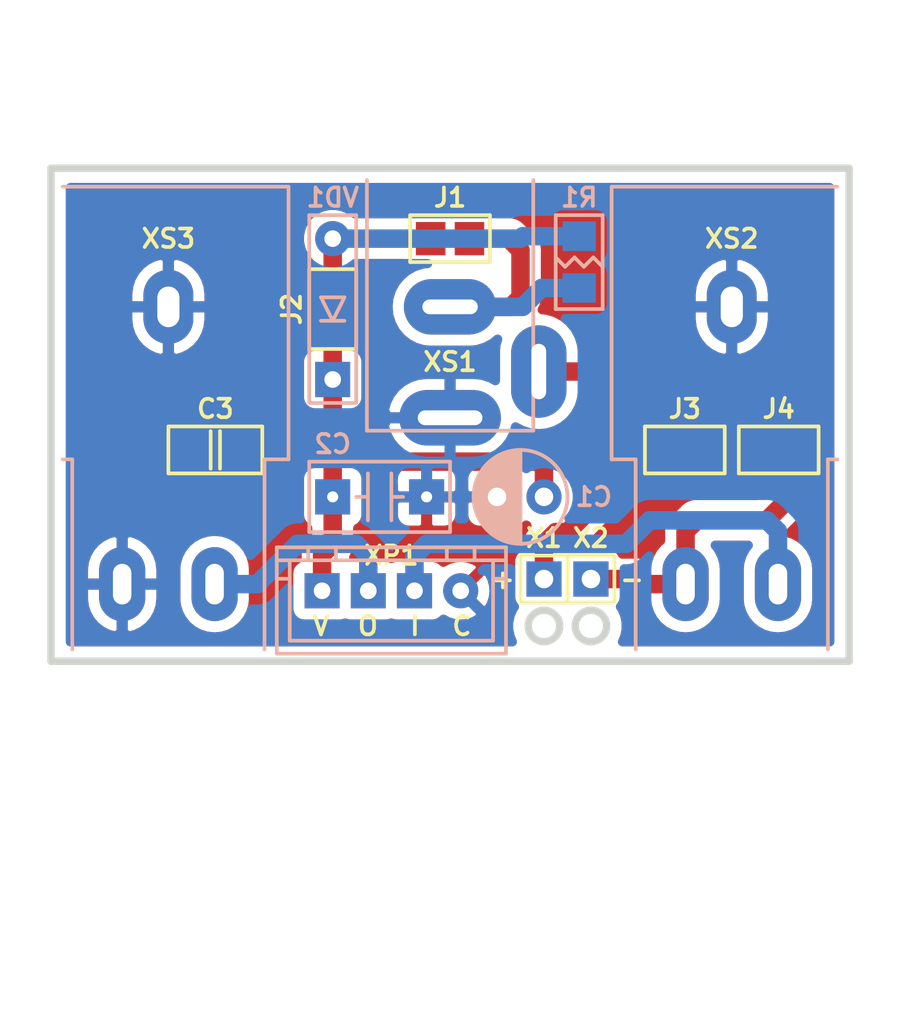
<source format=kicad_pcb>
(kicad_pcb (version 20171130) (host pcbnew 5.1.12-84ad8e8a86~92~ubuntu20.04.1)

  (general
    (thickness 1.6)
    (drawings 12)
    (tracks 54)
    (zones 0)
    (modules 16)
    (nets 9)
  )

  (page A4 portrait)
  (title_block
    (title ТКП-1.27.A-1)
    (date 2024-01-13)
    (rev 1A)
    (company "1590N1 Connector Board [REV1A] A")
    (comment 1 http://github.com/Adept666)
    (comment 2 "Igor Ivanov (Игорь Иванов)")
    (comment 3 -ТТКРЧПДЛ-)
    (comment 4 "This project is licensed under GNU General Public License v3.0 or later")
  )

  (layers
    (0 F.Cu jumper)
    (31 B.Cu signal)
    (36 B.SilkS user)
    (37 F.SilkS user)
    (38 B.Mask user)
    (39 F.Mask user)
    (40 Dwgs.User user)
    (44 Edge.Cuts user)
    (45 Margin user)
    (46 B.CrtYd user)
    (47 F.CrtYd user)
    (48 B.Fab user)
    (49 F.Fab user)
  )

  (setup
    (last_trace_width 1)
    (user_trace_width 0.6)
    (trace_clearance 0)
    (zone_clearance 0.6)
    (zone_45_only no)
    (trace_min 0.2)
    (via_size 1.5)
    (via_drill 0.5)
    (via_min_size 0.4)
    (via_min_drill 0.3)
    (uvia_size 0.3)
    (uvia_drill 0.1)
    (uvias_allowed no)
    (uvia_min_size 0)
    (uvia_min_drill 0)
    (edge_width 0.4)
    (segment_width 0.2)
    (pcb_text_width 0.3)
    (pcb_text_size 1.5 1.5)
    (mod_edge_width 0.15)
    (mod_text_size 1 1)
    (mod_text_width 0.15)
    (pad_size 1.9 1.9)
    (pad_drill 1)
    (pad_to_mask_clearance 0.2)
    (solder_mask_min_width 0.1)
    (aux_axis_origin 0 0)
    (visible_elements 7FFFFFFF)
    (pcbplotparams
      (layerselection 0x20000_7ffffffe)
      (usegerberextensions false)
      (usegerberattributes false)
      (usegerberadvancedattributes false)
      (creategerberjobfile false)
      (excludeedgelayer false)
      (linewidth 0.100000)
      (plotframeref true)
      (viasonmask false)
      (mode 1)
      (useauxorigin false)
      (hpglpennumber 1)
      (hpglpenspeed 20)
      (hpglpendiameter 15.000000)
      (psnegative false)
      (psa4output false)
      (plotreference false)
      (plotvalue true)
      (plotinvisibletext false)
      (padsonsilk true)
      (subtractmaskfromsilk false)
      (outputformat 4)
      (mirror false)
      (drillshape 0)
      (scaleselection 1)
      (outputdirectory ""))
  )

  (net 0 "")
  (net 1 COM)
  (net 2 /PP3-POS)
  (net 3 /PP3-NEG)
  (net 4 V)
  (net 5 /IN-CON)
  (net 6 /OUT-CON)
  (net 7 "Net-(J1-Pad2)")
  (net 8 "Net-(J1-Pad1)")

  (net_class Default "This is the default net class."
    (clearance 0)
    (trace_width 1)
    (via_dia 1.5)
    (via_drill 0.5)
    (uvia_dia 0.3)
    (uvia_drill 0.1)
    (add_net /IN-CON)
    (add_net /OUT-CON)
    (add_net /PP3-NEG)
    (add_net /PP3-POS)
    (add_net COM)
    (add_net "Net-(J1-Pad1)")
    (add_net "Net-(J1-Pad2)")
    (add_net V)
  )

  (module KCL-TH-ML:CON-PAD-S-1.0-1.9 (layer F.Cu) (tedit 65579383) (tstamp 6082ECA5)
    (at 110.49 157.48)
    (path /619BF442)
    (fp_text reference X1 (at 0 -2.2225) (layer F.SilkS)
      (effects (font (size 1 1) (thickness 0.2)))
    )
    (fp_text value + (at 0 2.54) (layer F.Fab)
      (effects (font (size 1 1) (thickness 0.2)))
    )
    (fp_line (start 1.27 -1.27) (end 1.27 1.27) (layer F.SilkS) (width 0.2))
    (fp_line (start -1.27 -1.27) (end -1.27 1.27) (layer F.SilkS) (width 0.2))
    (fp_line (start -1.27 1.27) (end 1.27 1.27) (layer F.SilkS) (width 0.2))
    (fp_line (start -1.27 -1.27) (end 1.27 -1.27) (layer F.SilkS) (width 0.2))
    (fp_circle (center 0 0) (end 0.5 0) (layer F.Fab) (width 0.2))
    (fp_line (start -1.27 -1.27) (end 1.27 -1.27) (layer F.CrtYd) (width 0.1))
    (fp_line (start -1.27 1.27) (end 1.27 1.27) (layer F.CrtYd) (width 0.1))
    (fp_line (start -1.27 -1.27) (end -1.27 1.27) (layer F.CrtYd) (width 0.1))
    (fp_line (start 1.27 -1.27) (end 1.27 1.27) (layer F.CrtYd) (width 0.1))
    (pad 1 thru_hole rect (at 0 0) (size 1.9 1.9) (drill 1) (layers *.Cu *.Mask)
      (net 2 /PP3-POS))
  )

  (module KCL-TH-ML:CON-PAD-S-1.0-1.9 (layer F.Cu) (tedit 65579383) (tstamp 60E19926)
    (at 113.03 157.48)
    (path /60AB555E)
    (fp_text reference X2 (at 0 -2.2225) (layer F.SilkS)
      (effects (font (size 1 1) (thickness 0.2)))
    )
    (fp_text value - (at 0 2.54) (layer F.Fab)
      (effects (font (size 1 1) (thickness 0.2)))
    )
    (fp_line (start 1.27 -1.27) (end 1.27 1.27) (layer F.SilkS) (width 0.2))
    (fp_line (start -1.27 -1.27) (end -1.27 1.27) (layer F.SilkS) (width 0.2))
    (fp_line (start -1.27 1.27) (end 1.27 1.27) (layer F.SilkS) (width 0.2))
    (fp_line (start -1.27 -1.27) (end 1.27 -1.27) (layer F.SilkS) (width 0.2))
    (fp_circle (center 0 0) (end 0.5 0) (layer F.Fab) (width 0.2))
    (fp_line (start -1.27 -1.27) (end 1.27 -1.27) (layer F.CrtYd) (width 0.1))
    (fp_line (start -1.27 1.27) (end 1.27 1.27) (layer F.CrtYd) (width 0.1))
    (fp_line (start -1.27 -1.27) (end -1.27 1.27) (layer F.CrtYd) (width 0.1))
    (fp_line (start 1.27 -1.27) (end 1.27 1.27) (layer F.CrtYd) (width 0.1))
    (pad 1 thru_hole rect (at 0 0) (size 1.9 1.9) (drill 1) (layers *.Cu *.Mask)
      (net 3 /PP3-NEG))
  )

  (module KCL-SM:J-SB-1206-2 (layer F.Cu) (tedit 61A37A89) (tstamp 61A4198C)
    (at 123.19 150.495 180)
    (path /61BCF730)
    (fp_text reference J4 (at 0 2.2225) (layer F.SilkS)
      (effects (font (size 1 1) (thickness 0.2)))
    )
    (fp_text value J4 (at 0 0.9525) (layer F.Fab)
      (effects (font (size 1 1) (thickness 0.2)))
    )
    (fp_line (start -1.05 0) (end 1.05 0) (layer F.Fab) (width 0.2))
    (fp_line (start -2.159 -1.27) (end -2.159 1.27) (layer F.SilkS) (width 0.2))
    (fp_line (start 2.159 -1.27) (end 2.159 1.27) (layer F.SilkS) (width 0.2))
    (fp_line (start -2.159 -1.27) (end 2.159 -1.27) (layer F.SilkS) (width 0.2))
    (fp_line (start -2.159 1.27) (end 2.159 1.27) (layer F.SilkS) (width 0.2))
    (fp_line (start -2.159 -1.27) (end -2.159 1.27) (layer F.CrtYd) (width 0.1))
    (fp_line (start -2.159 1.27) (end 2.159 1.27) (layer F.CrtYd) (width 0.1))
    (fp_line (start 2.159 -1.27) (end 2.159 1.27) (layer F.CrtYd) (width 0.1))
    (fp_line (start -2.159 -1.27) (end 2.159 -1.27) (layer F.CrtYd) (width 0.1))
    (pad 2 smd rect (at 1.05 0 180) (size 1.6 1.8) (layers F.Cu F.Mask)
      (net 1 COM))
    (pad 1 smd rect (at -1.05 0 180) (size 1.6 1.8) (layers F.Cu F.Mask)
      (net 3 /PP3-NEG))
  )

  (module KCL-SM:J-SB-1206-2 (layer F.Cu) (tedit 61A37A89) (tstamp 61A41975)
    (at 118.11 150.495)
    (path /61BB2CE9)
    (fp_text reference J3 (at 0 -2.2225) (layer F.SilkS)
      (effects (font (size 1 1) (thickness 0.2)))
    )
    (fp_text value J3 (at 0 -0.9525) (layer F.Fab)
      (effects (font (size 1 1) (thickness 0.2)))
    )
    (fp_line (start -1.05 0) (end 1.05 0) (layer F.Fab) (width 0.2))
    (fp_line (start -2.159 -1.27) (end -2.159 1.27) (layer F.SilkS) (width 0.2))
    (fp_line (start 2.159 -1.27) (end 2.159 1.27) (layer F.SilkS) (width 0.2))
    (fp_line (start -2.159 -1.27) (end 2.159 -1.27) (layer F.SilkS) (width 0.2))
    (fp_line (start -2.159 1.27) (end 2.159 1.27) (layer F.SilkS) (width 0.2))
    (fp_line (start -2.159 -1.27) (end -2.159 1.27) (layer F.CrtYd) (width 0.1))
    (fp_line (start -2.159 1.27) (end 2.159 1.27) (layer F.CrtYd) (width 0.1))
    (fp_line (start 2.159 -1.27) (end 2.159 1.27) (layer F.CrtYd) (width 0.1))
    (fp_line (start -2.159 -1.27) (end 2.159 -1.27) (layer F.CrtYd) (width 0.1))
    (pad 2 smd rect (at 1.05 0) (size 1.6 1.8) (layers F.Cu F.Mask)
      (net 1 COM))
    (pad 1 smd rect (at -1.05 0) (size 1.6 1.8) (layers F.Cu F.Mask)
      (net 2 /PP3-POS))
  )

  (module KCL-SM:J-SB-1206-2 (layer F.Cu) (tedit 61A37A89) (tstamp 61B6AFDF)
    (at 105.41 139.065 180)
    (path /61A32629)
    (fp_text reference J1 (at 0 2.2225) (layer F.SilkS)
      (effects (font (size 1 1) (thickness 0.2)))
    )
    (fp_text value J1 (at 0 0.9525) (layer F.Fab)
      (effects (font (size 1 1) (thickness 0.2)))
    )
    (fp_line (start -1.05 0) (end 1.05 0) (layer F.Fab) (width 0.2))
    (fp_line (start -2.159 -1.27) (end -2.159 1.27) (layer F.SilkS) (width 0.2))
    (fp_line (start 2.159 -1.27) (end 2.159 1.27) (layer F.SilkS) (width 0.2))
    (fp_line (start -2.159 -1.27) (end 2.159 -1.27) (layer F.SilkS) (width 0.2))
    (fp_line (start -2.159 1.27) (end 2.159 1.27) (layer F.SilkS) (width 0.2))
    (fp_line (start -2.159 -1.27) (end -2.159 1.27) (layer F.CrtYd) (width 0.1))
    (fp_line (start -2.159 1.27) (end 2.159 1.27) (layer F.CrtYd) (width 0.1))
    (fp_line (start 2.159 -1.27) (end 2.159 1.27) (layer F.CrtYd) (width 0.1))
    (fp_line (start -2.159 -1.27) (end 2.159 -1.27) (layer F.CrtYd) (width 0.1))
    (pad 2 smd rect (at 1.05 0 180) (size 1.6 1.8) (layers F.Cu F.Mask)
      (net 7 "Net-(J1-Pad2)"))
    (pad 1 smd rect (at -1.05 0 180) (size 1.6 1.8) (layers F.Cu F.Mask)
      (net 8 "Net-(J1-Pad1)"))
  )

  (module KCL-SM:J-SB-1206-2 (layer F.Cu) (tedit 61A37A89) (tstamp 61A2ACB8)
    (at 99.06 142.875 270)
    (path /61A33AAA)
    (fp_text reference J2 (at 0 2.2225 90) (layer F.SilkS)
      (effects (font (size 1 1) (thickness 0.2)))
    )
    (fp_text value J2 (at 0 0.9525 90) (layer F.Fab)
      (effects (font (size 1 1) (thickness 0.2)))
    )
    (fp_line (start -1.05 0) (end 1.05 0) (layer F.Fab) (width 0.2))
    (fp_line (start -2.159 -1.27) (end -2.159 1.27) (layer F.SilkS) (width 0.2))
    (fp_line (start 2.159 -1.27) (end 2.159 1.27) (layer F.SilkS) (width 0.2))
    (fp_line (start -2.159 -1.27) (end 2.159 -1.27) (layer F.SilkS) (width 0.2))
    (fp_line (start -2.159 1.27) (end 2.159 1.27) (layer F.SilkS) (width 0.2))
    (fp_line (start -2.159 -1.27) (end -2.159 1.27) (layer F.CrtYd) (width 0.1))
    (fp_line (start -2.159 1.27) (end 2.159 1.27) (layer F.CrtYd) (width 0.1))
    (fp_line (start 2.159 -1.27) (end 2.159 1.27) (layer F.CrtYd) (width 0.1))
    (fp_line (start -2.159 -1.27) (end 2.159 -1.27) (layer F.CrtYd) (width 0.1))
    (pad 2 smd rect (at 1.05 0 270) (size 1.6 1.8) (layers F.Cu F.Mask)
      (net 4 V))
    (pad 1 smd rect (at -1.05 0 270) (size 1.6 1.8) (layers F.Cu F.Mask)
      (net 7 "Net-(J1-Pad2)"))
  )

  (module KCL-VIRTUAL:B-PP3-HV (layer F.Cu) (tedit 5E590763) (tstamp 61D000C8)
    (at 105.41 172.72)
    (path /619BF44A)
    (fp_text reference GB1 (at 0 0) (layer F.SilkS) hide
      (effects (font (size 1 1) (thickness 0.2)))
    )
    (fp_text value PP3 (at 0 1.27) (layer F.Fab) hide
      (effects (font (size 1 1) (thickness 0.2)))
    )
    (fp_line (start -24.25 -8.75) (end 24.25 -8.75) (layer Dwgs.User) (width 0.2))
    (fp_line (start -24.25 8.75) (end 24.25 8.75) (layer Dwgs.User) (width 0.2))
    (fp_line (start -24.25 -8.75) (end -24.25 8.75) (layer Dwgs.User) (width 0.2))
    (fp_line (start 24.25 -8.75) (end 24.25 8.75) (layer Dwgs.User) (width 0.2))
  )

  (module KCL-SM:R-SM-1206 (layer B.Cu) (tedit 610FE4F7) (tstamp 61CEC771)
    (at 112.395 140.335 90)
    (path /61A3ECF5)
    (fp_text reference R1 (at 3.4925 0 180) (layer B.SilkS)
      (effects (font (size 1 1) (thickness 0.2)) (justify mirror))
    )
    (fp_text value 330 (at 0 0 270) (layer B.Fab)
      (effects (font (size 1 1) (thickness 0.2)) (justify mirror))
    )
    (fp_line (start -2.54 1.27) (end 2.54 1.27) (layer B.CrtYd) (width 0.1))
    (fp_line (start 2.54 1.27) (end 2.54 -1.27) (layer B.CrtYd) (width 0.1))
    (fp_line (start -2.54 -1.27) (end 2.54 -1.27) (layer B.CrtYd) (width 0.1))
    (fp_line (start -2.54 1.27) (end -2.54 -1.27) (layer B.CrtYd) (width 0.1))
    (fp_line (start -0.254 0.254) (end 0.254 0.762) (layer B.SilkS) (width 0.2))
    (fp_line (start 0.254 0.762) (end -0.254 1.27) (layer B.SilkS) (width 0.2))
    (fp_line (start -0.254 0.254) (end 0.254 -0.254) (layer B.SilkS) (width 0.2))
    (fp_line (start 0.254 -0.254) (end -0.254 -0.762) (layer B.SilkS) (width 0.2))
    (fp_line (start -0.254 -0.762) (end 0.254 -1.27) (layer B.SilkS) (width 0.2))
    (fp_line (start -2.54 -1.27) (end 2.54 -1.27) (layer B.SilkS) (width 0.2))
    (fp_line (start -2.54 1.27) (end 2.54 1.27) (layer B.SilkS) (width 0.2))
    (fp_line (start 2.54 1.27) (end 2.54 -1.27) (layer B.SilkS) (width 0.2))
    (fp_line (start -2.54 1.27) (end -2.54 -1.27) (layer B.SilkS) (width 0.2))
    (fp_line (start -1.6 0.8) (end 1.6 0.8) (layer B.Fab) (width 0.2))
    (fp_line (start 1.6 0.8) (end 1.6 -0.8) (layer B.Fab) (width 0.2))
    (fp_line (start -1.6 -0.8) (end 1.6 -0.8) (layer B.Fab) (width 0.2))
    (fp_line (start -1.6 0.8) (end -1.6 -0.8) (layer B.Fab) (width 0.2))
    (pad 2 smd rect (at 1.4 0 90) (size 1.6 1.8) (layers B.Cu B.Mask)
      (net 7 "Net-(J1-Pad2)"))
    (pad 1 smd rect (at -1.4 0 90) (size 1.6 1.8) (layers B.Cu B.Mask)
      (net 8 "Net-(J1-Pad1)"))
  )

  (module KCL-SM:C-SM-1206 (layer F.Cu) (tedit 5FF35261) (tstamp 61B6D636)
    (at 92.71 150.495 180)
    (path /61BC19F4)
    (fp_text reference C3 (at 0 2.2225) (layer F.SilkS)
      (effects (font (size 1 1) (thickness 0.2)))
    )
    (fp_text value 104 (at 0 0) (layer F.Fab)
      (effects (font (size 1 1) (thickness 0.2)))
    )
    (fp_line (start -2.54 -1.27) (end 2.54 -1.27) (layer F.CrtYd) (width 0.1))
    (fp_line (start 2.54 -1.27) (end 2.54 1.27) (layer F.CrtYd) (width 0.1))
    (fp_line (start 2.54 1.27) (end -2.54 1.27) (layer F.CrtYd) (width 0.1))
    (fp_line (start -2.54 1.27) (end -2.54 -1.27) (layer F.CrtYd) (width 0.1))
    (fp_line (start -2.54 1.27) (end 2.54 1.27) (layer F.SilkS) (width 0.2))
    (fp_line (start -2.54 -1.27) (end 2.54 -1.27) (layer F.SilkS) (width 0.2))
    (fp_line (start 0.254 -1.016) (end 0.254 1.016) (layer F.SilkS) (width 0.2))
    (fp_line (start -0.254 -1.016) (end -0.254 1.016) (layer F.SilkS) (width 0.2))
    (fp_line (start 2.54 -1.27) (end 2.54 1.27) (layer F.SilkS) (width 0.2))
    (fp_line (start -2.54 -1.27) (end -2.54 1.27) (layer F.SilkS) (width 0.2))
    (fp_line (start -1.6 -0.8) (end 1.6 -0.8) (layer F.Fab) (width 0.2))
    (fp_line (start 1.6 -0.8) (end 1.6 0.8) (layer F.Fab) (width 0.2))
    (fp_line (start -1.6 0.8) (end 1.6 0.8) (layer F.Fab) (width 0.2))
    (fp_line (start -1.6 -0.8) (end -1.6 0.8) (layer F.Fab) (width 0.2))
    (pad 2 smd rect (at 1.4 0 180) (size 1.6 1.8) (layers F.Cu F.Mask)
      (net 1 COM))
    (pad 1 smd rect (at -1.4 0 180) (size 1.6 1.8) (layers F.Cu F.Mask)
      (net 4 V))
  )

  (module SBKCL-TH-ML:CON-PJ-651A-01-IN-OVAL (layer B.Cu) (tedit 62CD53D0) (tstamp 616C9C63)
    (at 120.65 135.255)
    (path /617128AA)
    (fp_text reference XS2 (at 0 3.81) (layer F.SilkS)
      (effects (font (size 1 1) (thickness 0.2)))
    )
    (fp_text value PJ-651A-01 (at 0 13.335) (layer B.Fab)
      (effects (font (size 1 1) (thickness 0.2)) (justify mirror))
    )
    (fp_line (start 5.2 16.5) (end 6.5 16.5) (layer B.CrtYd) (width 0.1))
    (fp_line (start -7.5 0) (end -7.5 -9) (layer B.CrtYd) (width 0.1))
    (fp_line (start 5.5 1) (end 6.5 1) (layer B.CrtYd) (width 0.1))
    (fp_line (start 6.5 16.5) (end 6.5 1) (layer B.CrtYd) (width 0.1))
    (fp_line (start -7.5 -9) (end 7.5 -9) (layer B.CrtYd) (width 0.1))
    (fp_line (start -5.2 26.5) (end -5.2 16.5) (layer B.CrtYd) (width 0.1))
    (fp_line (start 5.2 26.5) (end 5.2 16.5) (layer B.CrtYd) (width 0.1))
    (fp_line (start -6.5 1) (end -5.5 1) (layer B.CrtYd) (width 0.1))
    (fp_line (start -6.5 16.5) (end -6.5 1) (layer B.CrtYd) (width 0.1))
    (fp_line (start 7.5 0) (end 7.5 -9) (layer B.CrtYd) (width 0.1))
    (fp_line (start -5.5 1) (end -5.5 0) (layer B.CrtYd) (width 0.1))
    (fp_line (start -5.2 26.5) (end 5.2 26.5) (layer B.CrtYd) (width 0.1))
    (fp_line (start -6.5 16.5) (end -5.2 16.5) (layer B.CrtYd) (width 0.1))
    (fp_line (start -7.5 0) (end -5.5 0) (layer B.CrtYd) (width 0.1))
    (fp_line (start 5.5 0) (end 7.5 0) (layer B.CrtYd) (width 0.1))
    (fp_line (start 5.5 1) (end 5.5 0) (layer B.CrtYd) (width 0.1))
    (fp_line (start -6.5 15.75) (end -6.5 1) (layer B.SilkS) (width 0.2))
    (fp_line (start 5.2 15.75) (end 5.715 15.75) (layer B.SilkS) (width 0.2))
    (fp_line (start -6.5 15.75) (end -5.2 15.75) (layer B.SilkS) (width 0.2))
    (fp_line (start -6.5 1) (end 5.715 1) (layer B.SilkS) (width 0.2))
    (fp_line (start -5.2 26.035) (end -5.2 15.75) (layer B.SilkS) (width 0.2))
    (fp_line (start 5.2 26.035) (end 5.2 15.75) (layer B.SilkS) (width 0.2))
    (fp_line (start -6.928203 -0.5) (end -6.928203 -2.5) (layer B.Fab) (width 0.2))
    (fp_line (start -5.2 26.5) (end 5.2 26.5) (layer B.Fab) (width 0.2))
    (fp_line (start -5.2 26.5) (end -5.2 16.5) (layer B.Fab) (width 0.2))
    (fp_line (start -7.5 -0.5) (end 7.5 -0.5) (layer B.Fab) (width 0.2))
    (fp_line (start 6.928203 -0.5) (end 6.928203 -2.5) (layer B.Fab) (width 0.2))
    (fp_line (start -4.5 -2.5) (end -4.5 -9) (layer B.Fab) (width 0.2))
    (fp_line (start -3.464102 -0.5) (end -3.464102 -2.5) (layer B.Fab) (width 0.2))
    (fp_line (start 6.5 16.5) (end 6.5 1) (layer B.Fab) (width 0.2))
    (fp_line (start -6.5 1) (end 6.5 1) (layer B.Fab) (width 0.2))
    (fp_line (start -4.5 -9) (end 4.5 -9) (layer B.Fab) (width 0.2))
    (fp_line (start 5.2 16.5) (end 6.5 16.5) (layer B.Fab) (width 0.2))
    (fp_line (start -6.928203 -2.5) (end 6.928203 -2.5) (layer B.Fab) (width 0.2))
    (fp_line (start 4.5 -2.5) (end 4.5 -9) (layer B.Fab) (width 0.2))
    (fp_line (start 5.5 1) (end 5.5 0) (layer B.Fab) (width 0.2))
    (fp_line (start 5.2 26.5) (end 5.2 16.5) (layer B.Fab) (width 0.2))
    (fp_line (start -7.5 0) (end 7.5 0) (layer B.Fab) (width 0.2))
    (fp_line (start -5.5 1) (end -5.5 0) (layer B.Fab) (width 0.2))
    (fp_line (start -7.5 0) (end -7.5 -0.5) (layer B.Fab) (width 0.2))
    (fp_line (start 7.5 0) (end 7.5 -0.5) (layer B.Fab) (width 0.2))
    (fp_line (start -6.5 16.5) (end -5.2 16.5) (layer B.Fab) (width 0.2))
    (fp_line (start -6.5 16.5) (end -6.5 1) (layer B.Fab) (width 0.2))
    (fp_line (start 3.464102 -0.5) (end 3.464102 -2.5) (layer B.Fab) (width 0.2))
    (pad R thru_hole oval (at -2.5 22.5) (size 2.5 4) (drill oval 1 2.2) (layers *.Cu *.Mask)
      (net 3 /PP3-NEG))
    (pad T thru_hole oval (at 2.5 22.5) (size 2.5 4) (drill oval 1 2.2) (layers *.Cu *.Mask)
      (net 5 /IN-CON))
    (pad S thru_hole oval (at 0 7.5) (size 2.7 4) (drill oval 1.2 2.2) (layers *.Cu *.Mask)
      (net 1 COM))
  )

  (module SBKCL-TH-ML:CON-PJ-651A-01-OUT-OVAL (layer B.Cu) (tedit 62CD53E3) (tstamp 61CEBB0F)
    (at 90.17 135.255)
    (path /609B0F02)
    (fp_text reference XS3 (at 0 3.81) (layer F.SilkS)
      (effects (font (size 1 1) (thickness 0.2)))
    )
    (fp_text value PJ-651A-01 (at 0 13.335) (layer B.Fab)
      (effects (font (size 1 1) (thickness 0.2)) (justify mirror))
    )
    (fp_line (start 5.2 16.5) (end 6.5 16.5) (layer B.CrtYd) (width 0.1))
    (fp_line (start -7.5 0) (end -7.5 -9) (layer B.CrtYd) (width 0.1))
    (fp_line (start 5.5 1) (end 6.5 1) (layer B.CrtYd) (width 0.1))
    (fp_line (start 6.5 16.5) (end 6.5 1) (layer B.CrtYd) (width 0.1))
    (fp_line (start -7.5 -9) (end 7.5 -9) (layer B.CrtYd) (width 0.1))
    (fp_line (start -5.2 26.5) (end -5.2 16.5) (layer B.CrtYd) (width 0.1))
    (fp_line (start 5.2 26.5) (end 5.2 16.5) (layer B.CrtYd) (width 0.1))
    (fp_line (start -6.5 1) (end -5.5 1) (layer B.CrtYd) (width 0.1))
    (fp_line (start -6.5 16.5) (end -6.5 1) (layer B.CrtYd) (width 0.1))
    (fp_line (start 7.5 0) (end 7.5 -9) (layer B.CrtYd) (width 0.1))
    (fp_line (start -5.5 1) (end -5.5 0) (layer B.CrtYd) (width 0.1))
    (fp_line (start -5.2 26.5) (end 5.2 26.5) (layer B.CrtYd) (width 0.1))
    (fp_line (start -6.5 16.5) (end -5.2 16.5) (layer B.CrtYd) (width 0.1))
    (fp_line (start -7.5 0) (end -5.5 0) (layer B.CrtYd) (width 0.1))
    (fp_line (start 5.5 0) (end 7.5 0) (layer B.CrtYd) (width 0.1))
    (fp_line (start 5.5 1) (end 5.5 0) (layer B.CrtYd) (width 0.1))
    (fp_line (start 6.5 15.75) (end 6.5 1) (layer B.SilkS) (width 0.2))
    (fp_line (start 5.2 15.75) (end 6.5 15.75) (layer B.SilkS) (width 0.2))
    (fp_line (start -5.715 15.75) (end -5.2 15.75) (layer B.SilkS) (width 0.2))
    (fp_line (start -5.715 1) (end 6.5 1) (layer B.SilkS) (width 0.2))
    (fp_line (start -5.2 26.035) (end -5.2 15.75) (layer B.SilkS) (width 0.2))
    (fp_line (start 5.2 26.035) (end 5.2 15.75) (layer B.SilkS) (width 0.2))
    (fp_line (start -6.928203 -0.5) (end -6.928203 -2.5) (layer B.Fab) (width 0.2))
    (fp_line (start -5.2 26.5) (end 5.2 26.5) (layer B.Fab) (width 0.2))
    (fp_line (start -5.2 26.5) (end -5.2 16.5) (layer B.Fab) (width 0.2))
    (fp_line (start -7.5 -0.5) (end 7.5 -0.5) (layer B.Fab) (width 0.2))
    (fp_line (start 6.928203 -0.5) (end 6.928203 -2.5) (layer B.Fab) (width 0.2))
    (fp_line (start -4.5 -2.5) (end -4.5 -9) (layer B.Fab) (width 0.2))
    (fp_line (start -3.464102 -0.5) (end -3.464102 -2.5) (layer B.Fab) (width 0.2))
    (fp_line (start 6.5 16.5) (end 6.5 1) (layer B.Fab) (width 0.2))
    (fp_line (start -6.5 1) (end 6.5 1) (layer B.Fab) (width 0.2))
    (fp_line (start -4.5 -9) (end 4.5 -9) (layer B.Fab) (width 0.2))
    (fp_line (start 5.2 16.5) (end 6.5 16.5) (layer B.Fab) (width 0.2))
    (fp_line (start -6.928203 -2.5) (end 6.928203 -2.5) (layer B.Fab) (width 0.2))
    (fp_line (start 4.5 -2.5) (end 4.5 -9) (layer B.Fab) (width 0.2))
    (fp_line (start 5.5 1) (end 5.5 0) (layer B.Fab) (width 0.2))
    (fp_line (start 5.2 26.5) (end 5.2 16.5) (layer B.Fab) (width 0.2))
    (fp_line (start -7.5 0) (end 7.5 0) (layer B.Fab) (width 0.2))
    (fp_line (start -5.5 1) (end -5.5 0) (layer B.Fab) (width 0.2))
    (fp_line (start -7.5 0) (end -7.5 -0.5) (layer B.Fab) (width 0.2))
    (fp_line (start 7.5 0) (end 7.5 -0.5) (layer B.Fab) (width 0.2))
    (fp_line (start -6.5 16.5) (end -5.2 16.5) (layer B.Fab) (width 0.2))
    (fp_line (start -6.5 16.5) (end -6.5 1) (layer B.Fab) (width 0.2))
    (fp_line (start 3.464102 -0.5) (end 3.464102 -2.5) (layer B.Fab) (width 0.2))
    (pad S thru_hole oval (at 0 7.5) (size 2.7 4) (drill oval 1.2 2.2) (layers *.Cu *.Mask)
      (net 1 COM))
    (pad T thru_hole oval (at 2.5 22.5) (size 2.5 4) (drill oval 1 2.2) (layers *.Cu *.Mask)
      (net 6 /OUT-CON))
    (pad R thru_hole oval (at -2.5 22.5) (size 2.5 4) (drill oval 1 2.2) (layers *.Cu *.Mask)
      (net 1 COM))
  )

  (module SBKCL-TH-ML:CON-DC-005-9V-OVAL (layer B.Cu) (tedit 61CEB1E7) (tstamp 60995C69)
    (at 105.41 135.255)
    (path /619BF43C)
    (fp_text reference XS1 (at 0 10.4775) (layer F.SilkS)
      (effects (font (size 1 1) (thickness 0.2)))
    )
    (fp_text value DC-005 (at 0 6.985) (layer B.Fab)
      (effects (font (size 1 1) (thickness 0.2)) (justify mirror))
    )
    (fp_line (start 4.5 14.2) (end 4.5 0.635) (layer B.SilkS) (width 0.2))
    (fp_line (start -4.5 14.2) (end -4.5 0.635) (layer B.SilkS) (width 0.2))
    (fp_line (start -4.5 14.2) (end 4.5 14.2) (layer B.SilkS) (width 0.2))
    (fp_line (start -4.5 3.3) (end 4.5 3.3) (layer B.Fab) (width 0.2))
    (fp_line (start 5.2 14.2) (end 5.2 0) (layer B.CrtYd) (width 0.1))
    (fp_line (start -4.5 14.2) (end -4.5 0) (layer B.CrtYd) (width 0.1))
    (fp_line (start -4.5 0) (end 5.2 0) (layer B.CrtYd) (width 0.1))
    (fp_line (start -4.5 14.2) (end 5.2 14.2) (layer B.CrtYd) (width 0.1))
    (fp_line (start -4.5 14.2) (end -4.5 0) (layer B.Fab) (width 0.2))
    (fp_line (start -4.5 0) (end 4.5 0) (layer B.Fab) (width 0.2))
    (fp_line (start 4.5 14.2) (end 4.5 0) (layer B.Fab) (width 0.2))
    (fp_line (start -4.5 14.2) (end 4.5 14.2) (layer B.Fab) (width 0.2))
    (pad S thru_hole oval (at 0 7.5) (size 5 3) (drill oval 3 0.8) (layers *.Cu *.Mask)
      (net 8 "Net-(J1-Pad1)"))
    (pad SN thru_hole oval (at 4.8 11) (size 3 5) (drill oval 0.8 3) (layers *.Cu *.Mask)
      (net 2 /PP3-POS))
    (pad C thru_hole oval (at 0 13.5) (size 5.5 3) (drill oval 3.5 0.8) (layers *.Cu *.Mask)
      (net 1 COM))
  )

  (module KCL-TH-ML:P-DO-41 (layer B.Cu) (tedit 6110D669) (tstamp 61CEBBA7)
    (at 99.06 142.875 270)
    (path /61DC203D)
    (fp_text reference VD1 (at -6.0325 0) (layer B.SilkS)
      (effects (font (size 1 1) (thickness 0.2)) (justify mirror))
    )
    (fp_text value 5817 (at 0 0 270) (layer B.Fab)
      (effects (font (size 1 1) (thickness 0.2)) (justify mirror))
    )
    (fp_line (start 1.8175 1.1875) (end 1.8175 -1.1875) (layer B.Fab) (width 0.2))
    (fp_line (start 0.635 0.635) (end 0.635 -0.635) (layer B.SilkS) (width 0.2))
    (fp_line (start -0.635 -0.635) (end 0.635 0) (layer B.SilkS) (width 0.2))
    (fp_line (start -0.635 0.635) (end 0.635 0) (layer B.SilkS) (width 0.2))
    (fp_line (start -0.635 0.635) (end -0.635 -0.635) (layer B.SilkS) (width 0.2))
    (fp_line (start -5.08 -1.27) (end -5.08 1.27) (layer B.CrtYd) (width 0.1))
    (fp_line (start 5.08 -1.27) (end -5.08 -1.27) (layer B.CrtYd) (width 0.1))
    (fp_line (start 5.08 1.27) (end 5.08 -1.27) (layer B.CrtYd) (width 0.1))
    (fp_line (start -5.08 1.27) (end 5.08 1.27) (layer B.CrtYd) (width 0.1))
    (fp_line (start 5.08 1.27) (end 5.08 -1.27) (layer B.SilkS) (width 0.2))
    (fp_line (start -5.08 1.27) (end -5.08 -1.27) (layer B.SilkS) (width 0.2))
    (fp_line (start -5.08 -1.27) (end 5.08 -1.27) (layer B.SilkS) (width 0.2))
    (fp_line (start -5.08 1.27) (end 5.08 1.27) (layer B.SilkS) (width 0.2))
    (fp_line (start 2.3175 1.1875) (end 2.3175 -1.1875) (layer B.Fab) (width 0.2))
    (fp_line (start -2.3175 1.1875) (end -2.3175 -1.1875) (layer B.Fab) (width 0.2))
    (fp_line (start -2.3175 -1.1875) (end 2.3175 -1.1875) (layer B.Fab) (width 0.2))
    (fp_line (start -2.3175 1.1875) (end 2.3175 1.1875) (layer B.Fab) (width 0.2))
    (pad C thru_hole rect (at 3.81 0 270) (size 1.9 1.9) (drill 0.9) (layers *.Cu *.Mask)
      (net 4 V))
    (pad A thru_hole circle (at -3.81 0 270) (size 1.9 1.9) (drill 0.9) (layers *.Cu *.Mask)
      (net 7 "Net-(J1-Pad2)"))
  )

  (module KCL-TH-ML:CON-XH-B4B-A (layer B.Cu) (tedit 61A18FD4) (tstamp 61CF3AB2)
    (at 102.235 158.115 180)
    (path /61A88544)
    (fp_text reference XP1 (at 0 1.905) (layer F.SilkS)
      (effects (font (size 1 1) (thickness 0.2)))
    )
    (fp_text value B4B-XH-A (at 0 -0.635) (layer B.Fab)
      (effects (font (size 1 1) (thickness 0.2)) (justify mirror))
    )
    (fp_line (start -4.5 2.35) (end -4.5 1.65) (layer B.SilkS) (width 0.2))
    (fp_line (start 4.5 2.35) (end 4.5 1.65) (layer B.SilkS) (width 0.2))
    (fp_line (start -6.2 1.65) (end 6.2 1.65) (layer B.SilkS) (width 0.2))
    (fp_line (start 6.2 2.35) (end 6.2 -3.4) (layer B.SilkS) (width 0.2))
    (fp_line (start -5.5 1.65) (end -5.5 -2.7) (layer B.SilkS) (width 0.2))
    (fp_line (start -6.2 2.35) (end -6.2 -3.4) (layer B.SilkS) (width 0.2))
    (fp_line (start 5.5 0.65) (end 6.2 0.65) (layer B.SilkS) (width 0.2))
    (fp_line (start 5.5 1.65) (end 5.5 -2.7) (layer B.SilkS) (width 0.2))
    (fp_line (start -5.5 -2.7) (end 5.5 -2.7) (layer B.SilkS) (width 0.2))
    (fp_line (start -3 2.35) (end -3 1.65) (layer B.SilkS) (width 0.2))
    (fp_line (start -6.2 0.65) (end -5.5 0.65) (layer B.SilkS) (width 0.2))
    (fp_line (start 3 2.35) (end 3 1.65) (layer B.SilkS) (width 0.2))
    (fp_line (start -6.2 -3.4) (end 6.2 -3.4) (layer B.SilkS) (width 0.2))
    (fp_line (start -6.2 2.35) (end 6.2 2.35) (layer B.SilkS) (width 0.2))
    (fp_line (start 4.5 2.35) (end 4.5 1.65) (layer B.Fab) (width 0.2))
    (fp_line (start -3 2.35) (end -3 1.65) (layer B.Fab) (width 0.2))
    (fp_line (start -6.2 2.35) (end -6.2 -3.4) (layer B.Fab) (width 0.2))
    (fp_line (start 5.5 1.65) (end 5.5 -2.7) (layer B.Fab) (width 0.2))
    (fp_line (start 6.2 2.35) (end 6.2 -3.4) (layer B.Fab) (width 0.2))
    (fp_line (start -6.2 2.35) (end 6.2 2.35) (layer B.Fab) (width 0.2))
    (fp_line (start 6.2 2.35) (end 6.2 -3.4) (layer B.CrtYd) (width 0.1))
    (fp_line (start -5.5 1.65) (end -5.5 -2.7) (layer B.Fab) (width 0.2))
    (fp_line (start -6.2 -3.4) (end 6.2 -3.4) (layer B.CrtYd) (width 0.1))
    (fp_line (start -6.2 1.65) (end 6.2 1.65) (layer B.Fab) (width 0.2))
    (fp_line (start -6.2 0.65) (end -5.5 0.65) (layer B.Fab) (width 0.2))
    (fp_line (start 3 2.35) (end 3 1.65) (layer B.Fab) (width 0.2))
    (fp_line (start -5.5 -2.7) (end 5.5 -2.7) (layer B.Fab) (width 0.2))
    (fp_line (start -6.2 2.35) (end -6.2 -3.4) (layer B.CrtYd) (width 0.1))
    (fp_line (start -6.2 2.35) (end 6.2 2.35) (layer B.CrtYd) (width 0.1))
    (fp_line (start -6.2 -3.4) (end 6.2 -3.4) (layer B.Fab) (width 0.2))
    (fp_line (start -4.5 2.35) (end -4.5 1.65) (layer B.Fab) (width 0.2))
    (fp_line (start 5.5 0.65) (end 6.2 0.65) (layer B.Fab) (width 0.2))
    (pad 1 thru_hole circle (at -3.75 0 180) (size 1.9 1.9) (drill 0.9) (layers *.Cu *.Mask)
      (net 1 COM))
    (pad 2 thru_hole rect (at -1.25 0 180) (size 1.9 1.9) (drill 0.9) (layers *.Cu *.Mask)
      (net 5 /IN-CON))
    (pad 3 thru_hole rect (at 1.25 0 180) (size 1.9 1.9) (drill 0.9) (layers *.Cu *.Mask)
      (net 6 /OUT-CON))
    (pad 4 thru_hole rect (at 3.75 0 180) (size 1.9 1.9) (drill 0.9) (layers *.Cu *.Mask)
      (net 4 V))
  )

  (module KCL-TH-ML:C-DISK-D04.2-T03.0-P05.08-d0.5 (layer B.Cu) (tedit 616F04F4) (tstamp 61CEC475)
    (at 101.6 153.035)
    (path /619BF43D)
    (fp_text reference C2 (at -2.54 -2.8575) (layer B.SilkS)
      (effects (font (size 1 1) (thickness 0.2)) (justify mirror))
    )
    (fp_text value 104 (at 0 0) (layer B.Fab)
      (effects (font (size 1 1) (thickness 0.2)) (justify mirror))
    )
    (fp_line (start -0.6 1.5) (end 0.6 1.5) (layer B.Fab) (width 0.2))
    (fp_line (start -0.6 -1.5) (end 0.6 -1.5) (layer B.Fab) (width 0.2))
    (fp_line (start -3.81 1.905) (end 3.81 1.905) (layer B.SilkS) (width 0.2))
    (fp_line (start -3.81 -1.905) (end 3.81 -1.905) (layer B.SilkS) (width 0.2))
    (fp_line (start -3.81 1.905) (end -3.81 -1.905) (layer B.SilkS) (width 0.2))
    (fp_line (start 3.81 1.905) (end 3.81 -1.905) (layer B.SilkS) (width 0.2))
    (fp_line (start -1.27 0) (end -0.635 0) (layer B.SilkS) (width 0.2))
    (fp_line (start 0.635 0) (end 1.27 0) (layer B.SilkS) (width 0.2))
    (fp_line (start -0.635 1.27) (end -0.635 -1.27) (layer B.SilkS) (width 0.2))
    (fp_line (start 0.635 1.27) (end 0.635 -1.27) (layer B.SilkS) (width 0.2))
    (fp_line (start -3.81 1.905) (end 3.81 1.905) (layer B.CrtYd) (width 0.1))
    (fp_line (start -3.81 -1.905) (end 3.81 -1.905) (layer B.CrtYd) (width 0.1))
    (fp_line (start -3.81 1.905) (end -3.81 -1.905) (layer B.CrtYd) (width 0.1))
    (fp_line (start 3.81 1.905) (end 3.81 -1.905) (layer B.CrtYd) (width 0.1))
    (fp_arc (start 0.6 0) (end 0.6 -1.5) (angle 180) (layer B.Fab) (width 0.2))
    (fp_arc (start -0.6 0) (end -0.6 1.5) (angle 180) (layer B.Fab) (width 0.2))
    (pad 1 thru_hole rect (at -2.54 0) (size 1.9 1.9) (drill 0.6) (layers *.Cu *.Mask)
      (net 4 V))
    (pad 2 thru_hole rect (at 2.54 0) (size 1.9 1.9) (drill 0.6) (layers *.Cu *.Mask)
      (net 1 COM))
  )

  (module KCL-TH-ML:CP-RADIAL-D05.0-P02.0-CLS (layer B.Cu) (tedit 616F0A79) (tstamp 61B6BBC0)
    (at 109.22 153.035 180)
    (path /60AB555F)
    (fp_text reference C1 (at -2.8575 0 180) (layer B.SilkS)
      (effects (font (size 1 1) (thickness 0.2)) (justify right mirror))
    )
    (fp_text value 107 (at 0 0 180) (layer B.Fab)
      (effects (font (size 1 1) (thickness 0.2)) (justify mirror))
    )
    (fp_circle (center 0 0) (end 2.54 0) (layer B.CrtYd) (width 0.1))
    (fp_circle (center 0 0) (end 2.5 0) (layer B.Fab) (width 0.2))
    (fp_poly (pts (xy 0 2.54) (xy 0.762 2.413) (xy 1.905 1.651) (xy 2.54 0)
      (xy 1.905 -1.651) (xy 0.762 -2.413) (xy 0 -2.54)) (layer B.SilkS) (width 0.2))
    (fp_circle (center 0 0) (end 2.54 0) (layer B.SilkS) (width 0.2))
    (pad - thru_hole roundrect (at 1.27 0 180) (size 1.9 1.9) (drill 1) (layers *.Cu *.Mask) (roundrect_rratio 0.3)
      (net 1 COM))
    (pad + thru_hole circle (at -1.27 0 180) (size 1.9 1.9) (drill 1) (layers *.Cu *.Mask)
      (net 4 V))
  )

  (gr_text C (at 106.045 160.02) (layer F.SilkS) (tstamp 61DAA3FD)
    (effects (font (size 1 1) (thickness 0.2)))
  )
  (gr_text I (at 103.505 160.02) (layer F.SilkS) (tstamp 61DAA3FD)
    (effects (font (size 1 1) (thickness 0.2)))
  )
  (gr_text O (at 100.965 160.02) (layer F.SilkS) (tstamp 61DAA3FD)
    (effects (font (size 1 1) (thickness 0.2)))
  )
  (gr_text V (at 98.425 160.02) (layer F.SilkS)
    (effects (font (size 1 1) (thickness 0.2)))
  )
  (gr_text - (at 115.2525 157.48) (layer F.SilkS) (tstamp 61CFF1CA)
    (effects (font (size 1 1) (thickness 0.2)))
  )
  (gr_text + (at 108.2675 157.48) (layer F.SilkS) (tstamp 61CFF21B)
    (effects (font (size 1 1) (thickness 0.2)))
  )
  (gr_line (start 83.82 135.255) (end 83.82 161.925) (layer Edge.Cuts) (width 0.4) (tstamp 619068B3))
  (gr_line (start 127 135.255) (end 127 161.925) (layer Edge.Cuts) (width 0.4) (tstamp 619068B2))
  (gr_line (start 83.82 161.925) (end 127 161.925) (layer Edge.Cuts) (width 0.4) (tstamp 619068A0))
  (gr_circle (center 113.03 160.02) (end 113.88 160.02) (layer Edge.Cuts) (width 0.4) (tstamp 61A2AD88))
  (gr_circle (center 110.49 160.02) (end 111.34 160.02) (layer Edge.Cuts) (width 0.4) (tstamp 6082ECCC))
  (gr_line (start 83.82 135.255) (end 127 135.255) (layer Edge.Cuts) (width 0.4))

  (segment (start 113.03 146.685) (end 113.03 150.495) (width 1) (layer F.Cu) (net 2))
  (segment (start 112.6 146.255) (end 113.03 146.685) (width 1) (layer F.Cu) (net 2))
  (segment (start 110.21 146.255) (end 112.6 146.255) (width 1) (layer F.Cu) (net 2))
  (segment (start 117.06 150.495) (end 113.03 150.495) (width 1) (layer F.Cu) (net 2))
  (segment (start 110.49 155.575) (end 110.49 157.48) (width 1) (layer F.Cu) (net 2))
  (segment (start 111.125 154.94) (end 110.49 155.575) (width 1) (layer F.Cu) (net 2))
  (segment (start 111.76 154.94) (end 111.125 154.94) (width 1) (layer F.Cu) (net 2))
  (segment (start 113.03 153.67) (end 111.76 154.94) (width 1) (layer F.Cu) (net 2))
  (segment (start 113.03 150.495) (end 113.03 153.67) (width 1) (layer F.Cu) (net 2))
  (segment (start 118.15 157.755) (end 115.845 157.755) (width 1) (layer F.Cu) (net 3))
  (segment (start 115.57 157.48) (end 115.845 157.755) (width 1) (layer F.Cu) (net 3))
  (segment (start 113.03 157.48) (end 115.57 157.48) (width 1) (layer F.Cu) (net 3))
  (segment (start 124.24 152.62) (end 124.24 150.495) (width 1) (layer F.Cu) (net 3))
  (segment (start 122.555 154.305) (end 124.24 152.62) (width 1) (layer F.Cu) (net 3))
  (segment (start 118.745 154.305) (end 122.555 154.305) (width 1) (layer F.Cu) (net 3))
  (segment (start 118.15 154.9) (end 118.745 154.305) (width 1) (layer F.Cu) (net 3))
  (segment (start 118.15 157.755) (end 118.15 154.9) (width 1) (layer F.Cu) (net 3))
  (segment (start 99.06 143.925) (end 99.06 146.685) (width 1) (layer F.Cu) (net 4))
  (segment (start 99.06 153.035) (end 99.06 155.575) (width 1) (layer F.Cu) (net 4))
  (segment (start 98.485 156.15) (end 99.06 155.575) (width 1) (layer F.Cu) (net 4))
  (segment (start 98.485 158.115) (end 98.485 156.15) (width 1) (layer F.Cu) (net 4))
  (segment (start 94.11 150.495) (end 99.06 150.495) (width 1) (layer F.Cu) (net 4))
  (segment (start 99.06 150.495) (end 99.06 153.035) (width 1) (layer F.Cu) (net 4))
  (segment (start 99.06 146.685) (end 99.06 150.495) (width 1) (layer F.Cu) (net 4))
  (segment (start 110.49 151.4475) (end 110.49 153.035) (width 1) (layer F.Cu) (net 4))
  (segment (start 110.1725 151.13) (end 110.49 151.4475) (width 1) (layer F.Cu) (net 4))
  (segment (start 102.87 151.13) (end 110.1725 151.13) (width 1) (layer F.Cu) (net 4) (tstamp 61CEB8D7))
  (segment (start 102.235 150.495) (end 102.87 151.13) (width 1) (layer F.Cu) (net 4))
  (segment (start 99.06 150.495) (end 102.235 150.495) (width 1) (layer F.Cu) (net 4))
  (segment (start 122.555 154.305) (end 123.15 154.9) (width 1) (layer B.Cu) (net 5))
  (segment (start 123.15 154.9) (end 123.15 157.755) (width 1) (layer B.Cu) (net 5))
  (segment (start 116.205 154.305) (end 122.555 154.305) (width 1) (layer B.Cu) (net 5))
  (segment (start 114.935 155.575) (end 116.205 154.305) (width 1) (layer B.Cu) (net 5))
  (segment (start 103.485 156.23) (end 104.14 155.575) (width 1) (layer B.Cu) (net 5))
  (segment (start 104.14 155.575) (end 114.935 155.575) (width 1) (layer B.Cu) (net 5))
  (segment (start 103.485 158.115) (end 103.485 156.23) (width 1) (layer B.Cu) (net 5))
  (segment (start 100.33 155.575) (end 100.985 156.23) (width 1) (layer B.Cu) (net 6))
  (segment (start 97.155 155.575) (end 100.33 155.575) (width 1) (layer B.Cu) (net 6))
  (segment (start 100.985 156.23) (end 100.985 158.115) (width 1) (layer B.Cu) (net 6))
  (segment (start 94.975 157.755) (end 97.155 155.575) (width 1) (layer B.Cu) (net 6))
  (segment (start 92.67 157.755) (end 94.975 157.755) (width 1) (layer B.Cu) (net 6))
  (segment (start 109.22 139.065) (end 99.06 139.065) (width 1) (layer B.Cu) (net 7))
  (segment (start 109.35 138.935) (end 109.22 139.065) (width 1) (layer B.Cu) (net 7))
  (segment (start 112.395 138.935) (end 109.35 138.935) (width 1) (layer B.Cu) (net 7))
  (segment (start 99.06 141.825) (end 99.06 139.065) (width 1) (layer F.Cu) (net 7))
  (segment (start 104.36 139.065) (end 99.06 139.065) (width 1) (layer F.Cu) (net 7))
  (segment (start 105.41 142.755) (end 109.34 142.755) (width 1) (layer B.Cu) (net 8))
  (segment (start 110.36 141.735) (end 109.34 142.755) (width 1) (layer B.Cu) (net 8))
  (segment (start 112.395 141.735) (end 110.36 141.735) (width 1) (layer B.Cu) (net 8))
  (segment (start 105.41 142.755) (end 108.705 142.755) (width 1) (layer F.Cu) (net 8))
  (segment (start 108.705 142.755) (end 109.22 142.24) (width 1) (layer F.Cu) (net 8))
  (segment (start 109.22 142.24) (end 109.22 139.7) (width 1) (layer F.Cu) (net 8))
  (segment (start 109.22 139.7) (end 108.585 139.065) (width 1) (layer F.Cu) (net 8))
  (segment (start 106.46 139.065) (end 108.585 139.065) (width 1) (layer F.Cu) (net 8))

  (zone (net 1) (net_name COM) (layer B.Cu) (tstamp 61B6DEBC) (hatch edge 0.508)
    (connect_pads (clearance 0.6))
    (min_thickness 0.5)
    (fill yes (arc_segments 32) (thermal_gap 0.6) (thermal_bridge_width 0.6))
    (polygon
      (pts
        (xy 82.55 133.985) (xy 128.27 133.985) (xy 128.27 163.195) (xy 82.55 163.195)
      )
    )
    (filled_polygon
      (pts
        (xy 125.950001 160.875) (xy 114.744034 160.875) (xy 114.867325 160.577347) (xy 114.940755 160.208193) (xy 114.940755 159.831807)
        (xy 114.867325 159.462653) (xy 114.723289 159.114918) (xy 114.630933 158.976697) (xy 114.690168 158.904519) (xy 114.769097 158.756855)
        (xy 114.8177 158.596629) (xy 114.834112 158.43) (xy 114.834112 156.925) (xy 114.868681 156.925) (xy 114.935 156.931532)
        (xy 115.001319 156.925) (xy 115.001321 156.925) (xy 115.199646 156.905467) (xy 115.454122 156.828272) (xy 115.688649 156.702915)
        (xy 115.894213 156.534213) (xy 115.936491 156.482697) (xy 116.191214 156.227975) (xy 116.080385 156.593329) (xy 116.05 156.901834)
        (xy 116.05 158.608167) (xy 116.080386 158.916672) (xy 116.200466 159.312524) (xy 116.395466 159.677343) (xy 116.657892 159.997109)
        (xy 116.977658 160.259535) (xy 117.342477 160.454535) (xy 117.738329 160.574615) (xy 118.15 160.615161) (xy 118.561672 160.574615)
        (xy 118.957524 160.454535) (xy 119.322343 160.259535) (xy 119.642109 159.997109) (xy 119.904535 159.677343) (xy 120.099535 159.312524)
        (xy 120.219615 158.916671) (xy 120.25 158.608166) (xy 120.25 156.901833) (xy 120.219615 156.593328) (xy 120.099535 156.197476)
        (xy 119.904535 155.832657) (xy 119.758735 155.655) (xy 121.541265 155.655) (xy 121.395465 155.832657) (xy 121.200465 156.197477)
        (xy 121.080385 156.593329) (xy 121.05 156.901834) (xy 121.05 158.608167) (xy 121.080386 158.916672) (xy 121.200466 159.312524)
        (xy 121.395466 159.677343) (xy 121.657892 159.997109) (xy 121.977658 160.259535) (xy 122.342477 160.454535) (xy 122.738329 160.574615)
        (xy 123.15 160.615161) (xy 123.561672 160.574615) (xy 123.957524 160.454535) (xy 124.322343 160.259535) (xy 124.642109 159.997109)
        (xy 124.904535 159.677343) (xy 125.099535 159.312524) (xy 125.219615 158.916671) (xy 125.25 158.608166) (xy 125.25 156.901833)
        (xy 125.219615 156.593328) (xy 125.099535 156.197476) (xy 124.904535 155.832657) (xy 124.642109 155.512891) (xy 124.5 155.396265)
        (xy 124.5 154.96631) (xy 124.506531 154.899999) (xy 124.5 154.833688) (xy 124.5 154.833679) (xy 124.480467 154.635354)
        (xy 124.403272 154.380878) (xy 124.277915 154.146351) (xy 124.109212 153.940787) (xy 124.057701 153.898513) (xy 123.556491 153.397303)
        (xy 123.514213 153.345787) (xy 123.308649 153.177085) (xy 123.074122 153.051728) (xy 122.819646 152.974533) (xy 122.621321 152.955)
        (xy 122.621319 152.955) (xy 122.555 152.948468) (xy 122.488681 152.955) (xy 116.27131 152.955) (xy 116.204999 152.948469)
        (xy 116.138688 152.955) (xy 116.138679 152.955) (xy 115.940354 152.974533) (xy 115.685878 153.051728) (xy 115.576707 153.110081)
        (xy 115.45135 153.177085) (xy 115.297301 153.30351) (xy 115.297298 153.303513) (xy 115.245787 153.345787) (xy 115.203513 153.397298)
        (xy 114.375812 154.225) (xy 111.845584 154.225) (xy 111.888151 154.182433) (xy 112.085139 153.88762) (xy 112.220827 153.560041)
        (xy 112.29 153.212284) (xy 112.29 152.857716) (xy 112.220827 152.509959) (xy 112.085139 152.18238) (xy 111.888151 151.887567)
        (xy 111.637433 151.636849) (xy 111.34262 151.439861) (xy 111.015041 151.304173) (xy 110.667284 151.235) (xy 110.312716 151.235)
        (xy 109.964959 151.304173) (xy 109.63738 151.439861) (xy 109.529372 151.512029) (xy 109.503949 151.481051) (xy 109.37452 151.374831)
        (xy 109.226855 151.295902) (xy 109.066629 151.247299) (xy 108.9 151.230887) (xy 108.2125 151.235) (xy 108 151.4475)
        (xy 108 152.985) (xy 108.02 152.985) (xy 108.02 153.085) (xy 108 153.085) (xy 108 153.105)
        (xy 107.9 153.105) (xy 107.9 153.085) (xy 106.3625 153.085) (xy 106.15 153.2975) (xy 106.145887 153.985)
        (xy 106.162299 154.151629) (xy 106.184555 154.225) (xy 105.905445 154.225) (xy 105.927701 154.151629) (xy 105.944113 153.985)
        (xy 105.94 153.2975) (xy 105.7275 153.085) (xy 104.19 153.085) (xy 104.19 153.105) (xy 104.09 153.105)
        (xy 104.09 153.085) (xy 102.5525 153.085) (xy 102.34 153.2975) (xy 102.335887 153.985) (xy 102.352299 154.151629)
        (xy 102.400902 154.311855) (xy 102.479831 154.45952) (xy 102.586051 154.588949) (xy 102.71548 154.695169) (xy 102.863145 154.774098)
        (xy 102.992481 154.813331) (xy 102.577299 155.228513) (xy 102.525788 155.270787) (xy 102.483514 155.322298) (xy 102.48351 155.322302)
        (xy 102.357085 155.476351) (xy 102.235 155.704757) (xy 102.112915 155.476351) (xy 101.944212 155.270787) (xy 101.892701 155.228513)
        (xy 101.33149 154.667302) (xy 101.289213 154.615787) (xy 101.083649 154.447085) (xy 100.849122 154.321728) (xy 100.80057 154.307)
        (xy 100.8477 154.151629) (xy 100.864112 153.985) (xy 100.864112 152.085) (xy 102.335887 152.085) (xy 102.34 152.7725)
        (xy 102.5525 152.985) (xy 104.09 152.985) (xy 104.09 151.4475) (xy 104.19 151.4475) (xy 104.19 152.985)
        (xy 105.7275 152.985) (xy 105.94 152.7725) (xy 105.944113 152.085) (xy 106.145887 152.085) (xy 106.15 152.7725)
        (xy 106.3625 152.985) (xy 107.9 152.985) (xy 107.9 151.4475) (xy 107.6875 151.235) (xy 107 151.230887)
        (xy 106.833371 151.247299) (xy 106.673145 151.295902) (xy 106.52548 151.374831) (xy 106.396051 151.481051) (xy 106.289831 151.61048)
        (xy 106.210902 151.758145) (xy 106.162299 151.918371) (xy 106.145887 152.085) (xy 105.944113 152.085) (xy 105.927701 151.918371)
        (xy 105.879098 151.758145) (xy 105.800169 151.61048) (xy 105.693949 151.481051) (xy 105.56452 151.374831) (xy 105.416855 151.295902)
        (xy 105.256629 151.247299) (xy 105.09 151.230887) (xy 104.4025 151.235) (xy 104.19 151.4475) (xy 104.09 151.4475)
        (xy 103.8775 151.235) (xy 103.19 151.230887) (xy 103.023371 151.247299) (xy 102.863145 151.295902) (xy 102.71548 151.374831)
        (xy 102.586051 151.481051) (xy 102.479831 151.61048) (xy 102.400902 151.758145) (xy 102.352299 151.918371) (xy 102.335887 152.085)
        (xy 100.864112 152.085) (xy 100.8477 151.918371) (xy 100.799097 151.758145) (xy 100.720168 151.610481) (xy 100.613948 151.481052)
        (xy 100.484519 151.374832) (xy 100.336855 151.295903) (xy 100.176629 151.2473) (xy 100.01 151.230888) (xy 98.11 151.230888)
        (xy 97.943371 151.2473) (xy 97.783145 151.295903) (xy 97.635481 151.374832) (xy 97.506052 151.481052) (xy 97.399832 151.610481)
        (xy 97.320903 151.758145) (xy 97.2723 151.918371) (xy 97.255888 152.085) (xy 97.255888 153.985) (xy 97.2723 154.151629)
        (xy 97.294556 154.225) (xy 97.221319 154.225) (xy 97.155 154.218468) (xy 97.088681 154.225) (xy 97.088679 154.225)
        (xy 96.890354 154.244533) (xy 96.695105 154.303761) (xy 96.635877 154.321728) (xy 96.42742 154.433151) (xy 96.401351 154.447085)
        (xy 96.195787 154.615787) (xy 96.15351 154.667302) (xy 94.62042 156.200392) (xy 94.619535 156.197476) (xy 94.424535 155.832657)
        (xy 94.162109 155.512891) (xy 93.842343 155.250465) (xy 93.477523 155.055465) (xy 93.081671 154.935385) (xy 92.67 154.894839)
        (xy 92.258328 154.935385) (xy 91.862476 155.055465) (xy 91.497657 155.250465) (xy 91.177891 155.512891) (xy 90.915465 155.832657)
        (xy 90.720465 156.197477) (xy 90.600385 156.593329) (xy 90.57 156.901834) (xy 90.57 158.608167) (xy 90.600386 158.916672)
        (xy 90.720466 159.312524) (xy 90.915466 159.677343) (xy 91.177892 159.997109) (xy 91.497658 160.259535) (xy 91.862477 160.454535)
        (xy 92.258329 160.574615) (xy 92.67 160.615161) (xy 93.081672 160.574615) (xy 93.477524 160.454535) (xy 93.842343 160.259535)
        (xy 94.162109 159.997109) (xy 94.424535 159.677343) (xy 94.619535 159.312524) (xy 94.682486 159.105) (xy 94.908681 159.105)
        (xy 94.975 159.111532) (xy 95.041319 159.105) (xy 95.041321 159.105) (xy 95.239646 159.085467) (xy 95.494122 159.008272)
        (xy 95.728649 158.882915) (xy 95.934213 158.714213) (xy 95.976491 158.662697) (xy 96.680888 157.9583) (xy 96.680888 159.065)
        (xy 96.6973 159.231629) (xy 96.745903 159.391855) (xy 96.824832 159.539519) (xy 96.931052 159.668948) (xy 97.060481 159.775168)
        (xy 97.208145 159.854097) (xy 97.368371 159.9027) (xy 97.535 159.919112) (xy 99.435 159.919112) (xy 99.601629 159.9027)
        (xy 99.735 159.862243) (xy 99.868371 159.9027) (xy 100.035 159.919112) (xy 101.935 159.919112) (xy 102.101629 159.9027)
        (xy 102.235 159.862243) (xy 102.368371 159.9027) (xy 102.535 159.919112) (xy 104.435 159.919112) (xy 104.601629 159.9027)
        (xy 104.761855 159.854097) (xy 104.909519 159.775168) (xy 105.038948 159.668948) (xy 105.050233 159.655197) (xy 105.273463 159.777873)
        (xy 105.611545 159.884735) (xy 105.963979 159.923587) (xy 106.317221 159.892936) (xy 106.657695 159.793961) (xy 106.972318 159.630463)
        (xy 107.007276 159.607107) (xy 107.077781 159.278492) (xy 105.985 158.185711) (xy 105.970858 158.199853) (xy 105.900147 158.129142)
        (xy 105.914289 158.115) (xy 105.900147 158.100858) (xy 105.970858 158.030147) (xy 105.985 158.044289) (xy 105.999142 158.030147)
        (xy 106.069853 158.100858) (xy 106.055711 158.115) (xy 107.148492 159.207781) (xy 107.477107 159.137276) (xy 107.647873 158.826537)
        (xy 107.754735 158.488455) (xy 107.793587 158.136021) (xy 107.762936 157.782779) (xy 107.663961 157.442305) (xy 107.500463 157.127682)
        (xy 107.477107 157.092724) (xy 107.148494 157.022219) (xy 107.245713 156.925) (xy 108.685888 156.925) (xy 108.685888 158.43)
        (xy 108.7023 158.596629) (xy 108.750903 158.756855) (xy 108.829832 158.904519) (xy 108.889067 158.976697) (xy 108.796711 159.114918)
        (xy 108.652675 159.462653) (xy 108.579245 159.831807) (xy 108.579245 160.208193) (xy 108.652675 160.577347) (xy 108.775966 160.875)
        (xy 84.87 160.875) (xy 84.87 157.805) (xy 85.57 157.805) (xy 85.57 158.555) (xy 85.620105 158.963729)
        (xy 85.748987 159.354829) (xy 85.951692 159.713271) (xy 86.220431 160.02528) (xy 86.544876 160.278865) (xy 86.912559 160.464281)
        (xy 87.292196 160.570736) (xy 87.62 160.391838) (xy 87.62 157.805) (xy 87.72 157.805) (xy 87.72 160.391838)
        (xy 88.047804 160.570736) (xy 88.427441 160.464281) (xy 88.795124 160.278865) (xy 89.119569 160.02528) (xy 89.388308 159.713271)
        (xy 89.591013 159.354829) (xy 89.719895 158.963729) (xy 89.77 158.555) (xy 89.77 157.805) (xy 87.72 157.805)
        (xy 87.62 157.805) (xy 85.57 157.805) (xy 84.87 157.805) (xy 84.87 156.955) (xy 85.57 156.955)
        (xy 85.57 157.705) (xy 87.62 157.705) (xy 87.62 155.118162) (xy 87.72 155.118162) (xy 87.72 157.705)
        (xy 89.77 157.705) (xy 89.77 156.955) (xy 89.719895 156.546271) (xy 89.591013 156.155171) (xy 89.388308 155.796729)
        (xy 89.119569 155.48472) (xy 88.795124 155.231135) (xy 88.427441 155.045719) (xy 88.047804 154.939264) (xy 87.72 155.118162)
        (xy 87.62 155.118162) (xy 87.292196 154.939264) (xy 86.912559 155.045719) (xy 86.544876 155.231135) (xy 86.220431 155.48472)
        (xy 85.951692 155.796729) (xy 85.748987 156.155171) (xy 85.620105 156.546271) (xy 85.57 156.955) (xy 84.87 156.955)
        (xy 84.87 149.171922) (xy 101.84728 149.171922) (xy 101.969747 149.608111) (xy 102.178266 150.019016) (xy 102.462942 150.381345)
        (xy 102.812835 150.681175) (xy 103.214499 150.906983) (xy 103.652498 151.050091) (xy 104.11 151.105) (xy 105.36 151.105)
        (xy 105.36 148.805) (xy 102.023085 148.805) (xy 101.84728 149.171922) (xy 84.87 149.171922) (xy 84.87 145.735)
        (xy 97.255888 145.735) (xy 97.255888 147.635) (xy 97.2723 147.801629) (xy 97.320903 147.961855) (xy 97.399832 148.109519)
        (xy 97.506052 148.238948) (xy 97.635481 148.345168) (xy 97.783145 148.424097) (xy 97.943371 148.4727) (xy 98.11 148.489112)
        (xy 100.01 148.489112) (xy 100.176629 148.4727) (xy 100.336855 148.424097) (xy 100.484519 148.345168) (xy 100.493158 148.338078)
        (xy 101.84728 148.338078) (xy 102.023085 148.705) (xy 105.36 148.705) (xy 105.36 146.405) (xy 104.11 146.405)
        (xy 103.652498 146.459909) (xy 103.214499 146.603017) (xy 102.812835 146.828825) (xy 102.462942 147.128655) (xy 102.178266 147.490984)
        (xy 101.969747 147.901889) (xy 101.84728 148.338078) (xy 100.493158 148.338078) (xy 100.613948 148.238948) (xy 100.720168 148.109519)
        (xy 100.799097 147.961855) (xy 100.8477 147.801629) (xy 100.864112 147.635) (xy 100.864112 145.735) (xy 100.8477 145.568371)
        (xy 100.799097 145.408145) (xy 100.720168 145.260481) (xy 100.613948 145.131052) (xy 100.484519 145.024832) (xy 100.336855 144.945903)
        (xy 100.176629 144.8973) (xy 100.01 144.880888) (xy 98.11 144.880888) (xy 97.943371 144.8973) (xy 97.783145 144.945903)
        (xy 97.635481 145.024832) (xy 97.506052 145.131052) (xy 97.399832 145.260481) (xy 97.320903 145.408145) (xy 97.2723 145.568371)
        (xy 97.255888 145.735) (xy 84.87 145.735) (xy 84.87 142.805) (xy 87.97 142.805) (xy 87.97 143.455)
        (xy 88.022027 143.883238) (xy 88.156599 144.293098) (xy 88.368545 144.668828) (xy 88.64972 144.99599) (xy 88.989319 145.262011)
        (xy 89.37429 145.456668) (xy 89.776549 145.569532) (xy 90.12 145.391871) (xy 90.12 142.805) (xy 90.22 142.805)
        (xy 90.22 145.391871) (xy 90.563451 145.569532) (xy 90.96571 145.456668) (xy 91.350681 145.262011) (xy 91.69028 144.99599)
        (xy 91.971455 144.668828) (xy 92.183401 144.293098) (xy 92.317973 143.883238) (xy 92.37 143.455) (xy 92.37 142.805)
        (xy 90.22 142.805) (xy 90.12 142.805) (xy 87.97 142.805) (xy 84.87 142.805) (xy 84.87 142.055)
        (xy 87.97 142.055) (xy 87.97 142.705) (xy 90.12 142.705) (xy 90.12 140.118129) (xy 90.22 140.118129)
        (xy 90.22 142.705) (xy 92.37 142.705) (xy 92.37 142.055) (xy 92.317973 141.626762) (xy 92.183401 141.216902)
        (xy 91.971455 140.841172) (xy 91.69028 140.51401) (xy 91.350681 140.247989) (xy 90.96571 140.053332) (xy 90.563451 139.940468)
        (xy 90.22 140.118129) (xy 90.12 140.118129) (xy 89.776549 139.940468) (xy 89.37429 140.053332) (xy 88.989319 140.247989)
        (xy 88.64972 140.51401) (xy 88.368545 140.841172) (xy 88.156599 141.216902) (xy 88.022027 141.626762) (xy 87.97 142.055)
        (xy 84.87 142.055) (xy 84.87 138.887716) (xy 97.26 138.887716) (xy 97.26 139.242284) (xy 97.329173 139.590041)
        (xy 97.464861 139.91762) (xy 97.661849 140.212433) (xy 97.912567 140.463151) (xy 98.20738 140.660139) (xy 98.534959 140.795827)
        (xy 98.882716 140.865) (xy 99.237284 140.865) (xy 99.585041 140.795827) (xy 99.91262 140.660139) (xy 100.207433 140.463151)
        (xy 100.255584 140.415) (xy 104.193026 140.415) (xy 103.94932 140.439003) (xy 103.506343 140.573379) (xy 103.098093 140.791593)
        (xy 102.740259 141.085259) (xy 102.446593 141.443093) (xy 102.228379 141.851343) (xy 102.094003 142.29432) (xy 102.04863 142.755)
        (xy 102.094003 143.21568) (xy 102.228379 143.658657) (xy 102.446593 144.066907) (xy 102.740259 144.424741) (xy 103.098093 144.718407)
        (xy 103.506343 144.936621) (xy 103.94932 145.070997) (xy 104.294558 145.105) (xy 106.525442 145.105) (xy 106.87068 145.070997)
        (xy 107.313657 144.936621) (xy 107.721907 144.718407) (xy 107.981709 144.505193) (xy 107.894003 144.794321) (xy 107.86 145.139559)
        (xy 107.86 146.746092) (xy 107.605501 146.603017) (xy 107.167502 146.459909) (xy 106.71 146.405) (xy 105.46 146.405)
        (xy 105.46 148.705) (xy 105.48 148.705) (xy 105.48 148.805) (xy 105.46 148.805) (xy 105.46 151.105)
        (xy 106.71 151.105) (xy 107.167502 151.050091) (xy 107.605501 150.906983) (xy 108.007165 150.681175) (xy 108.357058 150.381345)
        (xy 108.641734 150.019016) (xy 108.850253 149.608111) (xy 108.951634 149.247025) (xy 109.306344 149.436621) (xy 109.749321 149.570997)
        (xy 110.21 149.61637) (xy 110.67068 149.570997) (xy 111.113657 149.436621) (xy 111.521907 149.218407) (xy 111.879741 148.924741)
        (xy 112.173407 148.566907) (xy 112.391621 148.158657) (xy 112.525997 147.71568) (xy 112.56 147.370442) (xy 112.56 145.139558)
        (xy 112.525997 144.79432) (xy 112.391621 144.351343) (xy 112.173407 143.943093) (xy 111.879741 143.585259) (xy 111.640734 143.389112)
        (xy 113.295 143.389112) (xy 113.461629 143.3727) (xy 113.621855 143.324097) (xy 113.769519 143.245168) (xy 113.898948 143.138948)
        (xy 114.005168 143.009519) (xy 114.084097 142.861855) (xy 114.101343 142.805) (xy 118.45 142.805) (xy 118.45 143.455)
        (xy 118.502027 143.883238) (xy 118.636599 144.293098) (xy 118.848545 144.668828) (xy 119.12972 144.99599) (xy 119.469319 145.262011)
        (xy 119.85429 145.456668) (xy 120.256549 145.569532) (xy 120.6 145.391871) (xy 120.6 142.805) (xy 120.7 142.805)
        (xy 120.7 145.391871) (xy 121.043451 145.569532) (xy 121.44571 145.456668) (xy 121.830681 145.262011) (xy 122.17028 144.99599)
        (xy 122.451455 144.668828) (xy 122.663401 144.293098) (xy 122.797973 143.883238) (xy 122.85 143.455) (xy 122.85 142.805)
        (xy 120.7 142.805) (xy 120.6 142.805) (xy 118.45 142.805) (xy 114.101343 142.805) (xy 114.1327 142.701629)
        (xy 114.149112 142.535) (xy 114.149112 142.055) (xy 118.45 142.055) (xy 118.45 142.705) (xy 120.6 142.705)
        (xy 120.6 140.118129) (xy 120.7 140.118129) (xy 120.7 142.705) (xy 122.85 142.705) (xy 122.85 142.055)
        (xy 122.797973 141.626762) (xy 122.663401 141.216902) (xy 122.451455 140.841172) (xy 122.17028 140.51401) (xy 121.830681 140.247989)
        (xy 121.44571 140.053332) (xy 121.043451 139.940468) (xy 120.7 140.118129) (xy 120.6 140.118129) (xy 120.256549 139.940468)
        (xy 119.85429 140.053332) (xy 119.469319 140.247989) (xy 119.12972 140.51401) (xy 118.848545 140.841172) (xy 118.636599 141.216902)
        (xy 118.502027 141.626762) (xy 118.45 142.055) (xy 114.149112 142.055) (xy 114.149112 140.935) (xy 114.1327 140.768371)
        (xy 114.084097 140.608145) (xy 114.005168 140.460481) (xy 113.902188 140.335) (xy 114.005168 140.209519) (xy 114.084097 140.061855)
        (xy 114.1327 139.901629) (xy 114.149112 139.735) (xy 114.149112 138.135) (xy 114.1327 137.968371) (xy 114.084097 137.808145)
        (xy 114.005168 137.660481) (xy 113.898948 137.531052) (xy 113.769519 137.424832) (xy 113.621855 137.345903) (xy 113.461629 137.2973)
        (xy 113.295 137.280888) (xy 111.495 137.280888) (xy 111.328371 137.2973) (xy 111.168145 137.345903) (xy 111.020481 137.424832)
        (xy 110.891052 137.531052) (xy 110.846778 137.585) (xy 109.416319 137.585) (xy 109.35 137.578468) (xy 109.283681 137.585)
        (xy 109.283679 137.585) (xy 109.085354 137.604533) (xy 108.830878 137.681728) (xy 108.76863 137.715) (xy 100.255584 137.715)
        (xy 100.207433 137.666849) (xy 99.91262 137.469861) (xy 99.585041 137.334173) (xy 99.237284 137.265) (xy 98.882716 137.265)
        (xy 98.534959 137.334173) (xy 98.20738 137.469861) (xy 97.912567 137.666849) (xy 97.661849 137.917567) (xy 97.464861 138.21238)
        (xy 97.329173 138.539959) (xy 97.26 138.887716) (xy 84.87 138.887716) (xy 84.87 136.305) (xy 125.95 136.305)
      )
    )
  )
  (zone (net 1) (net_name COM) (layer F.Cu) (tstamp 61B6DEBB) (hatch edge 0.508)
    (connect_pads (clearance 0.6))
    (min_thickness 0.5)
    (fill yes (arc_segments 32) (thermal_gap 0.6) (thermal_bridge_width 0.6))
    (polygon
      (pts
        (xy 82.55 133.985) (xy 128.27 133.985) (xy 128.27 163.195) (xy 82.55 163.195)
      )
    )
    (filled_polygon
      (pts
        (xy 125.950001 160.875) (xy 114.744034 160.875) (xy 114.867325 160.577347) (xy 114.940755 160.208193) (xy 114.940755 159.831807)
        (xy 114.867325 159.462653) (xy 114.723289 159.114918) (xy 114.630933 158.976697) (xy 114.690168 158.904519) (xy 114.73 158.83)
        (xy 115.026874 158.83) (xy 115.091351 158.882915) (xy 115.325878 159.008272) (xy 115.580354 159.085467) (xy 115.778679 159.105)
        (xy 115.778681 159.105) (xy 115.845 159.111532) (xy 115.911319 159.105) (xy 116.137514 159.105) (xy 116.200466 159.312524)
        (xy 116.395466 159.677343) (xy 116.657892 159.997109) (xy 116.977658 160.259535) (xy 117.342477 160.454535) (xy 117.738329 160.574615)
        (xy 118.15 160.615161) (xy 118.561672 160.574615) (xy 118.957524 160.454535) (xy 119.322343 160.259535) (xy 119.642109 159.997109)
        (xy 119.904535 159.677343) (xy 120.099535 159.312524) (xy 120.219615 158.916671) (xy 120.25 158.608166) (xy 120.25 156.901833)
        (xy 120.219615 156.593328) (xy 120.099535 156.197476) (xy 119.904535 155.832657) (xy 119.758735 155.655) (xy 121.541265 155.655)
        (xy 121.395465 155.832657) (xy 121.200465 156.197477) (xy 121.080385 156.593329) (xy 121.05 156.901834) (xy 121.05 158.608167)
        (xy 121.080386 158.916672) (xy 121.200466 159.312524) (xy 121.395466 159.677343) (xy 121.657892 159.997109) (xy 121.977658 160.259535)
        (xy 122.342477 160.454535) (xy 122.738329 160.574615) (xy 123.15 160.615161) (xy 123.561672 160.574615) (xy 123.957524 160.454535)
        (xy 124.322343 160.259535) (xy 124.642109 159.997109) (xy 124.904535 159.677343) (xy 125.099535 159.312524) (xy 125.219615 158.916671)
        (xy 125.25 158.608166) (xy 125.25 156.901833) (xy 125.219615 156.593328) (xy 125.099535 156.197476) (xy 124.904535 155.832657)
        (xy 124.642109 155.512891) (xy 124.322343 155.250465) (xy 123.957523 155.055465) (xy 123.770466 154.998722) (xy 125.147706 153.621483)
        (xy 125.199212 153.579213) (xy 125.241483 153.527706) (xy 125.24149 153.527699) (xy 125.367915 153.37365) (xy 125.493271 153.139123)
        (xy 125.493272 153.139122) (xy 125.570467 152.884646) (xy 125.59 152.686321) (xy 125.59 152.686319) (xy 125.596532 152.62)
        (xy 125.59 152.553681) (xy 125.59 152.043222) (xy 125.643948 151.998948) (xy 125.750168 151.869519) (xy 125.829097 151.721855)
        (xy 125.8777 151.561629) (xy 125.894112 151.395) (xy 125.894112 149.595) (xy 125.8777 149.428371) (xy 125.829097 149.268145)
        (xy 125.750168 149.120481) (xy 125.643948 148.991052) (xy 125.514519 148.884832) (xy 125.366855 148.805903) (xy 125.206629 148.7573)
        (xy 125.04 148.740888) (xy 123.44 148.740888) (xy 123.273371 148.7573) (xy 123.190002 148.782589) (xy 123.106629 148.757299)
        (xy 122.94 148.740887) (xy 122.4025 148.745) (xy 122.19 148.9575) (xy 122.19 150.445) (xy 122.21 150.445)
        (xy 122.21 150.545) (xy 122.19 150.545) (xy 122.19 152.0325) (xy 122.4025 152.245) (xy 122.703508 152.247303)
        (xy 121.995812 152.955) (xy 118.81131 152.955) (xy 118.744999 152.948469) (xy 118.678688 152.955) (xy 118.678679 152.955)
        (xy 118.480354 152.974533) (xy 118.225878 153.051728) (xy 117.991351 153.177085) (xy 117.785787 153.345787) (xy 117.74351 153.397302)
        (xy 117.242299 153.898513) (xy 117.190788 153.940787) (xy 117.148514 153.992298) (xy 117.14851 153.992302) (xy 117.022085 154.146351)
        (xy 116.896729 154.380878) (xy 116.819534 154.635354) (xy 116.793468 154.9) (xy 116.800001 154.966329) (xy 116.800001 155.396264)
        (xy 116.657891 155.512891) (xy 116.395465 155.832657) (xy 116.200465 156.197477) (xy 116.177295 156.273858) (xy 116.089122 156.226728)
        (xy 115.834646 156.149533) (xy 115.636321 156.13) (xy 115.636319 156.13) (xy 115.57 156.123468) (xy 115.503681 156.13)
        (xy 114.73 156.13) (xy 114.690168 156.055481) (xy 114.583948 155.926052) (xy 114.454519 155.819832) (xy 114.306855 155.740903)
        (xy 114.146629 155.6923) (xy 113.98 155.675888) (xy 112.9333 155.675888) (xy 113.937702 154.671487) (xy 113.989213 154.629213)
        (xy 114.031487 154.577702) (xy 114.03149 154.577699) (xy 114.157915 154.42365) (xy 114.283271 154.189123) (xy 114.283272 154.189122)
        (xy 114.360467 153.934646) (xy 114.38 153.736321) (xy 114.38 153.736312) (xy 114.386531 153.670001) (xy 114.38 153.60369)
        (xy 114.38 151.845) (xy 115.536726 151.845) (xy 115.549832 151.869519) (xy 115.656052 151.998948) (xy 115.785481 152.105168)
        (xy 115.933145 152.184097) (xy 116.093371 152.2327) (xy 116.26 152.249112) (xy 117.86 152.249112) (xy 118.026629 152.2327)
        (xy 118.109998 152.207411) (xy 118.193371 152.232701) (xy 118.36 152.249113) (xy 118.8975 152.245) (xy 119.11 152.0325)
        (xy 119.11 150.545) (xy 119.21 150.545) (xy 119.21 152.0325) (xy 119.4225 152.245) (xy 119.96 152.249113)
        (xy 120.126629 152.232701) (xy 120.286855 152.184098) (xy 120.43452 152.105169) (xy 120.563949 151.998949) (xy 120.65 151.894096)
        (xy 120.736051 151.998949) (xy 120.86548 152.105169) (xy 121.013145 152.184098) (xy 121.173371 152.232701) (xy 121.34 152.249113)
        (xy 121.8775 152.245) (xy 122.09 152.0325) (xy 122.09 150.545) (xy 120.7025 150.545) (xy 120.65 150.5975)
        (xy 120.5975 150.545) (xy 119.21 150.545) (xy 119.11 150.545) (xy 119.09 150.545) (xy 119.09 150.445)
        (xy 119.11 150.445) (xy 119.11 148.9575) (xy 119.21 148.9575) (xy 119.21 150.445) (xy 120.5975 150.445)
        (xy 120.65 150.3925) (xy 120.7025 150.445) (xy 122.09 150.445) (xy 122.09 148.9575) (xy 121.8775 148.745)
        (xy 121.34 148.740887) (xy 121.173371 148.757299) (xy 121.013145 148.805902) (xy 120.86548 148.884831) (xy 120.736051 148.991051)
        (xy 120.65 149.095904) (xy 120.563949 148.991051) (xy 120.43452 148.884831) (xy 120.286855 148.805902) (xy 120.126629 148.757299)
        (xy 119.96 148.740887) (xy 119.4225 148.745) (xy 119.21 148.9575) (xy 119.11 148.9575) (xy 118.8975 148.745)
        (xy 118.36 148.740887) (xy 118.193371 148.757299) (xy 118.109998 148.782589) (xy 118.026629 148.7573) (xy 117.86 148.740888)
        (xy 116.26 148.740888) (xy 116.093371 148.7573) (xy 115.933145 148.805903) (xy 115.785481 148.884832) (xy 115.656052 148.991052)
        (xy 115.549832 149.120481) (xy 115.536726 149.145) (xy 114.38 149.145) (xy 114.38 146.751319) (xy 114.386532 146.685)
        (xy 114.370246 146.519646) (xy 114.360467 146.420354) (xy 114.283272 146.165878) (xy 114.157915 145.931351) (xy 113.989212 145.725787)
        (xy 113.937701 145.683513) (xy 113.601491 145.347303) (xy 113.559213 145.295787) (xy 113.353649 145.127085) (xy 113.119122 145.001728)
        (xy 112.864646 144.924533) (xy 112.666321 144.905) (xy 112.666319 144.905) (xy 112.6 144.898468) (xy 112.536867 144.904686)
        (xy 112.525997 144.79432) (xy 112.391621 144.351343) (xy 112.173407 143.943093) (xy 111.879741 143.585259) (xy 111.521906 143.291593)
        (xy 111.113656 143.073379) (xy 110.670679 142.939003) (xy 110.391805 142.911536) (xy 110.448749 142.805) (xy 118.45 142.805)
        (xy 118.45 143.455) (xy 118.502027 143.883238) (xy 118.636599 144.293098) (xy 118.848545 144.668828) (xy 119.12972 144.99599)
        (xy 119.469319 145.262011) (xy 119.85429 145.456668) (xy 120.256549 145.569532) (xy 120.6 145.391871) (xy 120.6 142.805)
        (xy 120.7 142.805) (xy 120.7 145.391871) (xy 121.043451 145.569532) (xy 121.44571 145.456668) (xy 121.830681 145.262011)
        (xy 122.17028 144.99599) (xy 122.451455 144.668828) (xy 122.663401 144.293098) (xy 122.797973 143.883238) (xy 122.85 143.455)
        (xy 122.85 142.805) (xy 120.7 142.805) (xy 120.6 142.805) (xy 118.45 142.805) (xy 110.448749 142.805)
        (xy 110.473272 142.759122) (xy 110.550467 142.504646) (xy 110.57 142.306321) (xy 110.57 142.306319) (xy 110.576532 142.24)
        (xy 110.57 142.173681) (xy 110.57 142.055) (xy 118.45 142.055) (xy 118.45 142.705) (xy 120.6 142.705)
        (xy 120.6 140.118129) (xy 120.7 140.118129) (xy 120.7 142.705) (xy 122.85 142.705) (xy 122.85 142.055)
        (xy 122.797973 141.626762) (xy 122.663401 141.216902) (xy 122.451455 140.841172) (xy 122.17028 140.51401) (xy 121.830681 140.247989)
        (xy 121.44571 140.053332) (xy 121.043451 139.940468) (xy 120.7 140.118129) (xy 120.6 140.118129) (xy 120.256549 139.940468)
        (xy 119.85429 140.053332) (xy 119.469319 140.247989) (xy 119.12972 140.51401) (xy 118.848545 140.841172) (xy 118.636599 141.216902)
        (xy 118.502027 141.626762) (xy 118.45 142.055) (xy 110.57 142.055) (xy 110.57 139.766319) (xy 110.576532 139.7)
        (xy 110.565119 139.584122) (xy 110.550467 139.435354) (xy 110.473272 139.180878) (xy 110.473272 139.180877) (xy 110.375885 138.998679)
        (xy 110.347915 138.946351) (xy 110.179213 138.740787) (xy 110.127692 138.698505) (xy 109.586492 138.157304) (xy 109.544213 138.105787)
        (xy 109.338649 137.937085) (xy 109.104122 137.811728) (xy 108.849646 137.734533) (xy 108.651321 137.715) (xy 108.651319 137.715)
        (xy 108.585 137.708468) (xy 108.518681 137.715) (xy 107.983274 137.715) (xy 107.970168 137.690481) (xy 107.863948 137.561052)
        (xy 107.734519 137.454832) (xy 107.586855 137.375903) (xy 107.426629 137.3273) (xy 107.26 137.310888) (xy 105.66 137.310888)
        (xy 105.493371 137.3273) (xy 105.41 137.35259) (xy 105.326629 137.3273) (xy 105.16 137.310888) (xy 103.56 137.310888)
        (xy 103.393371 137.3273) (xy 103.233145 137.375903) (xy 103.085481 137.454832) (xy 102.956052 137.561052) (xy 102.849832 137.690481)
        (xy 102.836726 137.715) (xy 100.255584 137.715) (xy 100.207433 137.666849) (xy 99.91262 137.469861) (xy 99.585041 137.334173)
        (xy 99.237284 137.265) (xy 98.882716 137.265) (xy 98.534959 137.334173) (xy 98.20738 137.469861) (xy 97.912567 137.666849)
        (xy 97.661849 137.917567) (xy 97.464861 138.21238) (xy 97.329173 138.539959) (xy 97.26 138.887716) (xy 97.26 139.242284)
        (xy 97.329173 139.590041) (xy 97.464861 139.91762) (xy 97.661849 140.212433) (xy 97.710001 140.260585) (xy 97.710001 140.301726)
        (xy 97.685481 140.314832) (xy 97.556052 140.421052) (xy 97.449832 140.550481) (xy 97.370903 140.698145) (xy 97.3223 140.858371)
        (xy 97.305888 141.025) (xy 97.305888 142.625) (xy 97.3223 142.791629) (xy 97.34759 142.875) (xy 97.3223 142.958371)
        (xy 97.305888 143.125) (xy 97.305888 144.725) (xy 97.3223 144.891629) (xy 97.370903 145.051855) (xy 97.449832 145.199519)
        (xy 97.449847 145.199538) (xy 97.399832 145.260481) (xy 97.320903 145.408145) (xy 97.2723 145.568371) (xy 97.255888 145.735)
        (xy 97.255888 147.635) (xy 97.2723 147.801629) (xy 97.320903 147.961855) (xy 97.399832 148.109519) (xy 97.506052 148.238948)
        (xy 97.635481 148.345168) (xy 97.71 148.385) (xy 97.710001 149.145) (xy 95.633274 149.145) (xy 95.620168 149.120481)
        (xy 95.513948 148.991052) (xy 95.384519 148.884832) (xy 95.236855 148.805903) (xy 95.076629 148.7573) (xy 94.91 148.740888)
        (xy 93.31 148.740888) (xy 93.143371 148.7573) (xy 92.983145 148.805903) (xy 92.835481 148.884832) (xy 92.710001 148.987811)
        (xy 92.58452 148.884831) (xy 92.436855 148.805902) (xy 92.276629 148.757299) (xy 92.11 148.740887) (xy 91.5725 148.745)
        (xy 91.36 148.9575) (xy 91.36 150.445) (xy 91.38 150.445) (xy 91.38 150.545) (xy 91.36 150.545)
        (xy 91.36 152.0325) (xy 91.5725 152.245) (xy 92.11 152.249113) (xy 92.276629 152.232701) (xy 92.436855 152.184098)
        (xy 92.58452 152.105169) (xy 92.710001 152.002189) (xy 92.835481 152.105168) (xy 92.983145 152.184097) (xy 93.143371 152.2327)
        (xy 93.31 152.249112) (xy 94.91 152.249112) (xy 95.076629 152.2327) (xy 95.236855 152.184097) (xy 95.384519 152.105168)
        (xy 95.513948 151.998948) (xy 95.620168 151.869519) (xy 95.633274 151.845) (xy 97.294556 151.845) (xy 97.2723 151.918371)
        (xy 97.255888 152.085) (xy 97.255888 153.985) (xy 97.2723 154.151629) (xy 97.320903 154.311855) (xy 97.399832 154.459519)
        (xy 97.506052 154.588948) (xy 97.635481 154.695168) (xy 97.710001 154.735) (xy 97.710001 155.015812) (xy 97.5773 155.148512)
        (xy 97.525788 155.190787) (xy 97.483514 155.242298) (xy 97.48351 155.242302) (xy 97.357085 155.396351) (xy 97.231729 155.630878)
        (xy 97.154534 155.885354) (xy 97.128468 156.15) (xy 97.135001 156.216328) (xy 97.135001 156.415) (xy 97.060481 156.454832)
        (xy 96.931052 156.561052) (xy 96.824832 156.690481) (xy 96.745903 156.838145) (xy 96.6973 156.998371) (xy 96.680888 157.165)
        (xy 96.680888 159.065) (xy 96.6973 159.231629) (xy 96.745903 159.391855) (xy 96.824832 159.539519) (xy 96.931052 159.668948)
        (xy 97.060481 159.775168) (xy 97.208145 159.854097) (xy 97.368371 159.9027) (xy 97.535 159.919112) (xy 99.435 159.919112)
        (xy 99.601629 159.9027) (xy 99.735 159.862243) (xy 99.868371 159.9027) (xy 100.035 159.919112) (xy 101.935 159.919112)
        (xy 102.101629 159.9027) (xy 102.235 159.862243) (xy 102.368371 159.9027) (xy 102.535 159.919112) (xy 104.435 159.919112)
        (xy 104.601629 159.9027) (xy 104.761855 159.854097) (xy 104.909519 159.775168) (xy 105.038948 159.668948) (xy 105.050233 159.655197)
        (xy 105.273463 159.777873) (xy 105.611545 159.884735) (xy 105.963979 159.923587) (xy 106.317221 159.892936) (xy 106.657695 159.793961)
        (xy 106.972318 159.630463) (xy 107.007276 159.607107) (xy 107.077781 159.278492) (xy 105.985 158.185711) (xy 105.970858 158.199853)
        (xy 105.900147 158.129142) (xy 105.914289 158.115) (xy 106.055711 158.115) (xy 107.148492 159.207781) (xy 107.477107 159.137276)
        (xy 107.647873 158.826537) (xy 107.754735 158.488455) (xy 107.793587 158.136021) (xy 107.762936 157.782779) (xy 107.663961 157.442305)
        (xy 107.500463 157.127682) (xy 107.477107 157.092724) (xy 107.148492 157.022219) (xy 106.055711 158.115) (xy 105.914289 158.115)
        (xy 105.900147 158.100858) (xy 105.970858 158.030147) (xy 105.985 158.044289) (xy 107.077781 156.951508) (xy 107.007276 156.622893)
        (xy 106.696537 156.452127) (xy 106.358455 156.345265) (xy 106.006021 156.306413) (xy 105.652779 156.337064) (xy 105.312305 156.436039)
        (xy 105.048752 156.572998) (xy 105.038948 156.561052) (xy 104.909519 156.454832) (xy 104.761855 156.375903) (xy 104.601629 156.3273)
        (xy 104.435 156.310888) (xy 102.535 156.310888) (xy 102.368371 156.3273) (xy 102.235 156.367757) (xy 102.101629 156.3273)
        (xy 101.935 156.310888) (xy 100.197408 156.310888) (xy 100.313272 156.094122) (xy 100.390467 155.839646) (xy 100.41 155.641321)
        (xy 100.41 155.641319) (xy 100.416532 155.575) (xy 100.41 155.508679) (xy 100.41 154.735) (xy 100.484519 154.695168)
        (xy 100.613948 154.588948) (xy 100.720168 154.459519) (xy 100.799097 154.311855) (xy 100.8477 154.151629) (xy 100.864112 153.985)
        (xy 102.335887 153.985) (xy 102.352299 154.151629) (xy 102.400902 154.311855) (xy 102.479831 154.45952) (xy 102.586051 154.588949)
        (xy 102.71548 154.695169) (xy 102.863145 154.774098) (xy 103.023371 154.822701) (xy 103.19 154.839113) (xy 103.8775 154.835)
        (xy 104.09 154.6225) (xy 104.09 153.085) (xy 104.19 153.085) (xy 104.19 154.6225) (xy 104.4025 154.835)
        (xy 105.09 154.839113) (xy 105.256629 154.822701) (xy 105.416855 154.774098) (xy 105.56452 154.695169) (xy 105.693949 154.588949)
        (xy 105.800169 154.45952) (xy 105.879098 154.311855) (xy 105.927701 154.151629) (xy 105.944113 153.985) (xy 106.145887 153.985)
        (xy 106.162299 154.151629) (xy 106.210902 154.311855) (xy 106.289831 154.45952) (xy 106.396051 154.588949) (xy 106.52548 154.695169)
        (xy 106.673145 154.774098) (xy 106.833371 154.822701) (xy 107 154.839113) (xy 107.6875 154.835) (xy 107.9 154.6225)
        (xy 107.9 153.085) (xy 106.3625 153.085) (xy 106.15 153.2975) (xy 106.145887 153.985) (xy 105.944113 153.985)
        (xy 105.94 153.2975) (xy 105.7275 153.085) (xy 104.19 153.085) (xy 104.09 153.085) (xy 102.5525 153.085)
        (xy 102.34 153.2975) (xy 102.335887 153.985) (xy 100.864112 153.985) (xy 100.864112 152.085) (xy 100.8477 151.918371)
        (xy 100.825444 151.845) (xy 101.675813 151.845) (xy 101.868505 152.037692) (xy 101.910787 152.089213) (xy 102.116351 152.257915)
        (xy 102.233614 152.320593) (xy 102.337629 152.376191) (xy 102.34 152.7725) (xy 102.5525 152.985) (xy 104.09 152.985)
        (xy 104.09 152.965) (xy 104.19 152.965) (xy 104.19 152.985) (xy 105.7275 152.985) (xy 105.94 152.7725)
        (xy 105.94175 152.48) (xy 106.14825 152.48) (xy 106.15 152.7725) (xy 106.3625 152.985) (xy 107.9 152.985)
        (xy 107.9 152.965) (xy 108 152.965) (xy 108 152.985) (xy 108.02 152.985) (xy 108.02 153.085)
        (xy 108 153.085) (xy 108 154.6225) (xy 108.2125 154.835) (xy 108.9 154.839113) (xy 109.066629 154.822701)
        (xy 109.226855 154.774098) (xy 109.37452 154.695169) (xy 109.503949 154.588949) (xy 109.529372 154.557971) (xy 109.568985 154.584439)
        (xy 109.530787 154.615788) (xy 109.488513 154.667299) (xy 109.48851 154.667302) (xy 109.362085 154.821351) (xy 109.322805 154.894839)
        (xy 109.236728 155.055879) (xy 109.159533 155.310355) (xy 109.148821 155.419122) (xy 109.133468 155.575) (xy 109.14 155.64132)
        (xy 109.14 155.78) (xy 109.065481 155.819832) (xy 108.936052 155.926052) (xy 108.829832 156.055481) (xy 108.750903 156.203145)
        (xy 108.7023 156.363371) (xy 108.685888 156.53) (xy 108.685888 158.43) (xy 108.7023 158.596629) (xy 108.750903 158.756855)
        (xy 108.829832 158.904519) (xy 108.889067 158.976697) (xy 108.796711 159.114918) (xy 108.652675 159.462653) (xy 108.579245 159.831807)
        (xy 108.579245 160.208193) (xy 108.652675 160.577347) (xy 108.775966 160.875) (xy 84.87 160.875) (xy 84.87 157.805)
        (xy 85.57 157.805) (xy 85.57 158.555) (xy 85.620105 158.963729) (xy 85.748987 159.354829) (xy 85.951692 159.713271)
        (xy 86.220431 160.02528) (xy 86.544876 160.278865) (xy 86.912559 160.464281) (xy 87.292196 160.570736) (xy 87.62 160.391838)
        (xy 87.62 157.805) (xy 87.72 157.805) (xy 87.72 160.391838) (xy 88.047804 160.570736) (xy 88.427441 160.464281)
        (xy 88.795124 160.278865) (xy 89.119569 160.02528) (xy 89.388308 159.713271) (xy 89.591013 159.354829) (xy 89.719895 158.963729)
        (xy 89.77 158.555) (xy 89.77 157.805) (xy 87.72 157.805) (xy 87.62 157.805) (xy 85.57 157.805)
        (xy 84.87 157.805) (xy 84.87 156.955) (xy 85.57 156.955) (xy 85.57 157.705) (xy 87.62 157.705)
        (xy 87.62 155.118162) (xy 87.72 155.118162) (xy 87.72 157.705) (xy 89.77 157.705) (xy 89.77 156.955)
        (xy 89.763483 156.901834) (xy 90.57 156.901834) (xy 90.57 158.608167) (xy 90.600386 158.916672) (xy 90.720466 159.312524)
        (xy 90.915466 159.677343) (xy 91.177892 159.997109) (xy 91.497658 160.259535) (xy 91.862477 160.454535) (xy 92.258329 160.574615)
        (xy 92.67 160.615161) (xy 93.081672 160.574615) (xy 93.477524 160.454535) (xy 93.842343 160.259535) (xy 94.162109 159.997109)
        (xy 94.424535 159.677343) (xy 94.619535 159.312524) (xy 94.739615 158.916671) (xy 94.77 158.608166) (xy 94.77 156.901833)
        (xy 94.739615 156.593328) (xy 94.619535 156.197476) (xy 94.424535 155.832657) (xy 94.162109 155.512891) (xy 93.842343 155.250465)
        (xy 93.477523 155.055465) (xy 93.081671 154.935385) (xy 92.67 154.894839) (xy 92.258328 154.935385) (xy 91.862476 155.055465)
        (xy 91.497657 155.250465) (xy 91.177891 155.512891) (xy 90.915465 155.832657) (xy 90.720465 156.197477) (xy 90.600385 156.593329)
        (xy 90.57 156.901834) (xy 89.763483 156.901834) (xy 89.719895 156.546271) (xy 89.591013 156.155171) (xy 89.388308 155.796729)
        (xy 89.119569 155.48472) (xy 88.795124 155.231135) (xy 88.427441 155.045719) (xy 88.047804 154.939264) (xy 87.72 155.118162)
        (xy 87.62 155.118162) (xy 87.292196 154.939264) (xy 86.912559 155.045719) (xy 86.544876 155.231135) (xy 86.220431 155.48472)
        (xy 85.951692 155.796729) (xy 85.748987 156.155171) (xy 85.620105 156.546271) (xy 85.57 156.955) (xy 84.87 156.955)
        (xy 84.87 151.395) (xy 89.655887 151.395) (xy 89.672299 151.561629) (xy 89.720902 151.721855) (xy 89.799831 151.86952)
        (xy 89.906051 151.998949) (xy 90.03548 152.105169) (xy 90.183145 152.184098) (xy 90.343371 152.232701) (xy 90.51 152.249113)
        (xy 91.0475 152.245) (xy 91.26 152.0325) (xy 91.26 150.545) (xy 89.8725 150.545) (xy 89.66 150.7575)
        (xy 89.655887 151.395) (xy 84.87 151.395) (xy 84.87 149.595) (xy 89.655887 149.595) (xy 89.66 150.2325)
        (xy 89.8725 150.445) (xy 91.26 150.445) (xy 91.26 148.9575) (xy 91.0475 148.745) (xy 90.51 148.740887)
        (xy 90.343371 148.757299) (xy 90.183145 148.805902) (xy 90.03548 148.884831) (xy 89.906051 148.991051) (xy 89.799831 149.12048)
        (xy 89.720902 149.268145) (xy 89.672299 149.428371) (xy 89.655887 149.595) (xy 84.87 149.595) (xy 84.87 142.805)
        (xy 87.97 142.805) (xy 87.97 143.455) (xy 88.022027 143.883238) (xy 88.156599 144.293098) (xy 88.368545 144.668828)
        (xy 88.64972 144.99599) (xy 88.989319 145.262011) (xy 89.37429 145.456668) (xy 89.776549 145.569532) (xy 90.12 145.391871)
        (xy 90.12 142.805) (xy 90.22 142.805) (xy 90.22 145.391871) (xy 90.563451 145.569532) (xy 90.96571 145.456668)
        (xy 91.350681 145.262011) (xy 91.69028 144.99599) (xy 91.971455 144.668828) (xy 92.183401 144.293098) (xy 92.317973 143.883238)
        (xy 92.37 143.455) (xy 92.37 142.805) (xy 90.22 142.805) (xy 90.12 142.805) (xy 87.97 142.805)
        (xy 84.87 142.805) (xy 84.87 142.055) (xy 87.97 142.055) (xy 87.97 142.705) (xy 90.12 142.705)
        (xy 90.12 140.118129) (xy 90.22 140.118129) (xy 90.22 142.705) (xy 92.37 142.705) (xy 92.37 142.055)
        (xy 92.317973 141.626762) (xy 92.183401 141.216902) (xy 91.971455 140.841172) (xy 91.69028 140.51401) (xy 91.350681 140.247989)
        (xy 90.96571 140.053332) (xy 90.563451 139.940468) (xy 90.22 140.118129) (xy 90.12 140.118129) (xy 89.776549 139.940468)
        (xy 89.37429 140.053332) (xy 88.989319 140.247989) (xy 88.64972 140.51401) (xy 88.368545 140.841172) (xy 88.156599 141.216902)
        (xy 88.022027 141.626762) (xy 87.97 142.055) (xy 84.87 142.055) (xy 84.87 136.305) (xy 125.95 136.305)
      )
    )
    (filled_polygon
      (pts
        (xy 102.849832 140.439519) (xy 102.956052 140.568948) (xy 103.085481 140.675168) (xy 103.200694 140.736752) (xy 103.098093 140.791593)
        (xy 102.740259 141.085259) (xy 102.446593 141.443093) (xy 102.228379 141.851343) (xy 102.094003 142.29432) (xy 102.04863 142.755)
        (xy 102.094003 143.21568) (xy 102.228379 143.658657) (xy 102.446593 144.066907) (xy 102.740259 144.424741) (xy 103.098093 144.718407)
        (xy 103.506343 144.936621) (xy 103.94932 145.070997) (xy 104.294558 145.105) (xy 106.525442 145.105) (xy 106.87068 145.070997)
        (xy 107.313657 144.936621) (xy 107.721907 144.718407) (xy 107.981709 144.505193) (xy 107.894003 144.794321) (xy 107.86 145.139559)
        (xy 107.86 146.746092) (xy 107.605501 146.603017) (xy 107.167502 146.459909) (xy 106.71 146.405) (xy 105.46 146.405)
        (xy 105.46 148.705) (xy 105.48 148.705) (xy 105.48 148.805) (xy 105.46 148.805) (xy 105.46 148.825)
        (xy 105.36 148.825) (xy 105.36 148.805) (xy 102.023085 148.805) (xy 101.860179 149.145) (xy 100.41 149.145)
        (xy 100.41 148.385) (xy 100.484519 148.345168) (xy 100.493158 148.338078) (xy 101.84728 148.338078) (xy 102.023085 148.705)
        (xy 105.36 148.705) (xy 105.36 146.405) (xy 104.11 146.405) (xy 103.652498 146.459909) (xy 103.214499 146.603017)
        (xy 102.812835 146.828825) (xy 102.462942 147.128655) (xy 102.178266 147.490984) (xy 101.969747 147.901889) (xy 101.84728 148.338078)
        (xy 100.493158 148.338078) (xy 100.613948 148.238948) (xy 100.720168 148.109519) (xy 100.799097 147.961855) (xy 100.8477 147.801629)
        (xy 100.864112 147.635) (xy 100.864112 145.735) (xy 100.8477 145.568371) (xy 100.799097 145.408145) (xy 100.720168 145.260481)
        (xy 100.670153 145.199538) (xy 100.670168 145.199519) (xy 100.749097 145.051855) (xy 100.7977 144.891629) (xy 100.814112 144.725)
        (xy 100.814112 143.125) (xy 100.7977 142.958371) (xy 100.77241 142.875) (xy 100.7977 142.791629) (xy 100.814112 142.625)
        (xy 100.814112 141.025) (xy 100.7977 140.858371) (xy 100.749097 140.698145) (xy 100.670168 140.550481) (xy 100.563948 140.421052)
        (xy 100.556574 140.415) (xy 102.836726 140.415)
      )
    )
  )
)

</source>
